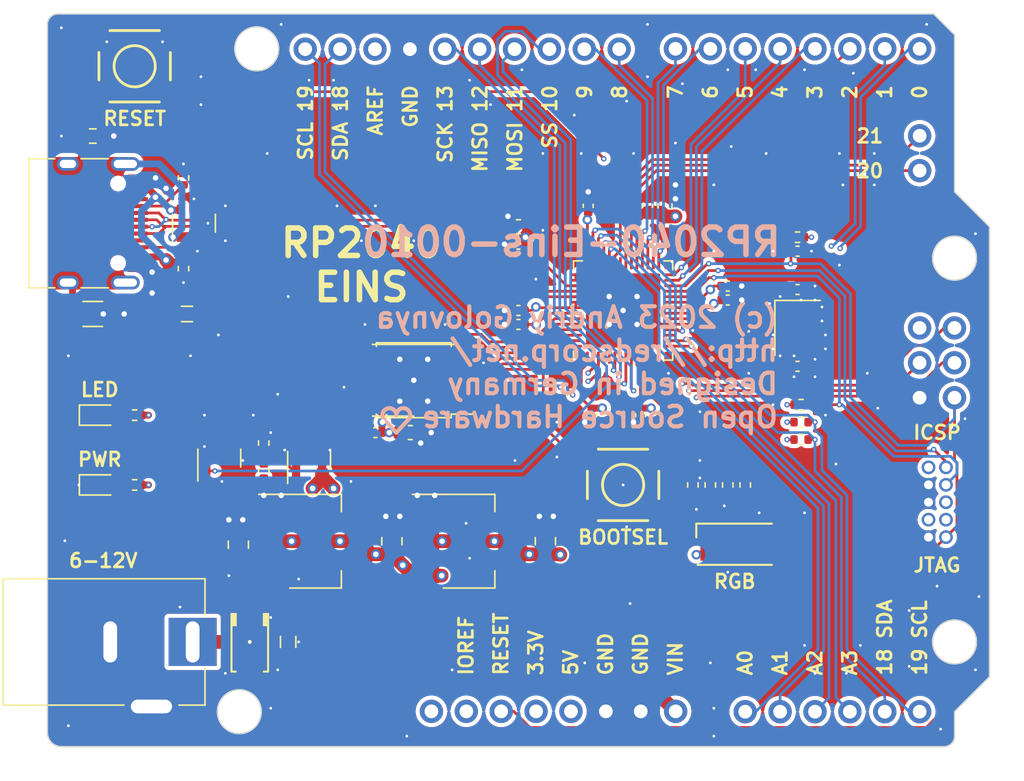
<source format=kicad_pcb>
(kicad_pcb (version 20221018) (generator pcbnew)
  (title_block (title "RP2040-Eins-0010") (date "2023-10-05") (rev "1.0") (company "(c) 2023 Andriy Golovnya") (comment 1 "RP2040 based board with Arduino Uno footprint") (comment 2 "Designed in Germany") (comment 3 "http://redscorp.net/"))
  (layers (0 "F.Cu" signal) (1 "In1.Cu" power) (2 "In2.Cu" power) (31 "B.Cu" signal) (34 "B.Paste" user) (35 "F.Paste" user) (36 "B.SilkS" user "B.Silkscreen") (37 "F.SilkS" user "F.Silkscreen") (38 "B.Mask" user) (39 "F.Mask" user) (44 "Edge.Cuts" user))
  (net 0 "")
  (net 1 "+3V3")
  (net 2 "RESET")
  (net 3 "+5V")
  (net 4 "GND")
  (net 5 "VIN")
  (net 6 "D14_A0")
  (net 7 "D15_A1")
  (net 8 "D16_A2")
  (net 9 "D17_A3")
  (net 10 "D18_SDA")
  (net 11 "D19_SCL")
  (net 12 "D0_RX")
  (net 13 "D1_TX")
  (net 14 "D2")
  (net 15 "D3")
  (net 16 "D4")
  (net 17 "D5")
  (net 18 "D6")
  (net 19 "D7")
  (net 20 "D8")
  (net 21 "D9")
  (net 22 "D10_SS")
  (net 23 "D11_MOSI")
  (net 24 "D12_MISO")
  (net 25 "D13_SCK")
  (net 26 "+1V1")
  (net 27 "Net-(D1-A)")
  (net 28 "Net-(D1-K)")
  (net 29 "D20")
  (net 30 "D21")
  (net 31 "VBUS")
  (net 32 "USB_DN")
  (net 33 "USB_DP")
  (net 34 "SWD")
  (net 35 "SWCLK")
  (net 39 "Net-(Q1-G)")
  (net 40 "Net-(R7-Pad1)")
  (net 41 "QSPI_SS")
  (net 42 "QSPI_SD1")
  (net 43 "QSPI_SD2")
  (net 44 "QSPI_SD0")
  (net 45 "QSPI_SCLK")
  (net 46 "QSPI_SD3")
  (net 50 "Net-(D4-RK)")
  (net 51 "Net-(D4-BK)")
  (net 52 "Net-(D4-GK)")
  (net 54 "XIN")
  (net 55 "XOUT")
  (net 58 "AREF")
  (net 59 "SHIELD")
  (net 60 "Net-(J10-CC1)")
  (net 62 "Net-(J10-CC2)")
  (net 64 "Net-(D2-A)")
  (net 65 "Net-(D5-K)")
  (net 66 "VUSB")
  (net 67 "VPWR")
  (net 68 "LED_R")
  (net 69 "LED_G")
  (net 70 "LED_B")
  (footprint "Package_TO_SOT_SMD:SOT-23" (layer "F.Cu") (at 146.05 106.172 90)
    (fp_text reference "Q1" hide)
    (fp_text value "AO3401A")
  )
  (footprint "Capacitor_SMD:C_0805_2012Metric" (layer "F.Cu") (at 152.077 112.047 90)
    (fp_text reference "C15" hide)
    (fp_text value "10uF")
  )
  (footprint "Inductor_SMD:L_0805_2012Metric" (layer "F.Cu") (at 137.16 95.504)
    (fp_text reference "FB2" hide)
    (fp_text value "100@100MHz")
  )
  (footprint "Inductor_SMD:L_0805_2012Metric" (layer "F.Cu") (at 144.526 119.38 90)
    (fp_text reference "FB1" hide)
    (fp_text value "100@100MHz")
  )
  (footprint "Capacitor_SMD:C_0603_1608Metric" (layer "F.Cu") (at 161.29 89.154 180)
    (fp_text reference "C5" hide)
    (fp_text value "2.2uF")
  )
  (footprint "Resistor_SMD:R_0402_1005Metric" (layer "F.Cu") (at 181.864 103.378)
    (fp_text reference "R3" hide)
    (fp_text value "10k")
  )
  (footprint "Resistor_SMD:R_0402_1005Metric" (layer "F.Cu") (at 181.864 102.108)
    (fp_text reference "R2" hide)
    (fp_text value "10k")
  )
  (footprint "Resistor_SMD:R_0402_1005Metric" (layer "F.Cu") (at 142.748 106.934 90)
    (fp_text reference "R8" hide)
    (fp_text value "10k")
  )
  (footprint "Capacitor_SMD:C_0603_1608Metric" (layer "F.Cu") (at 153.416 104.14)
    (fp_text reference "C16" hide)
    (fp_text value "2.2uF")
  )
  (footprint "Resistor_SMD:R_0402_1005Metric" (layer "F.Cu") (at 142.748 104.902 90)
    (fp_text reference "R9" hide)
    (fp_text value "10k")
  )
  (footprint "Package_SO:SOIC-8_5.23x5.23mm_P1.27mm" (layer "F.Cu") (at 153.67 100.33 180)
    (fp_text reference "U1" hide)
    (fp_text value "W25Q128JVS")
  )
  (footprint "Resistor_SMD:R_0402_1005Metric" (layer "F.Cu") (at 181.61 89.916 180)
    (fp_text reference "R5" hide)
    (fp_text value "10k")
  )
  (footprint "PCM_4ms_Switch:Button_Tact_Sqkg" (layer "F.Cu") (at 133.35 77.47 180)
    (fp_text reference "SW2" hide)
    (fp_text value "RESET")
  )
  (footprint "Connector_PinSocket_2.54mm:PinSocket_1x06_P2.54mm_Vertical" (layer "F.Cu") (at 177.8 124.46 90)
    (fp_text reference "J3" hide)
    (fp_text value "CONN_A")
  )
  (footprint "Connector_BarrelJack:BarrelJack_Horizontal" (layer "F.Cu") (at 137.572 119.38)
    (fp_text reference "J1" hide)
    (fp_text value "CONN_PWR")
  )
  (footprint "Resistor_SMD:R_0402_1005Metric" (layer "F.Cu") (at 176.53 107.95 -90)
    (fp_text reference "R14" hide)
    (fp_text value "5k1")
  )
  (footprint "Resistor_SMD:R_0402_1005Metric" (layer "F.Cu") (at 136.906 92.2 -90)
    (fp_text reference "R11" hide)
    (fp_text value "5k1")
  )
  (footprint "Package_TO_SOT_SMD:SOT-223-3_TabPin2" (layer "F.Cu") (at 146.489 112.047)
    (fp_text reference "U3" hide)
    (fp_text value "AMS1117-5.0")
  )
  (footprint "LED_SMD:LED_RGB_1210" (layer "F.Cu") (at 177.038 112.268)
    (fp_text reference "D4" hide)
    (fp_text value "XL-3227RGB-RF")
  )
  (footprint "Crystal:Crystal_SMD_3225-4Pin_3.2x2.5mm" (layer "F.Cu") (at 181.61 96.52 -90)
    (fp_text reference "Y1" hide)
    (fp_text value "12MHz")
  )
  (footprint "Capacitor_SMD:C_0402_1005Metric" (layer "F.Cu") (at 176.53 93.472)
    (fp_text reference "C7" hide)
    (fp_text value "100nF")
  )
  (footprint "Capacitor_SMD:C_0805_2012Metric" (layer "F.Cu") (at 163.253 112.047 90)
    (fp_text reference "C14" hide)
    (fp_text value "10uF")
  )
  (footprint "PCM_4ms_Diode:D_DO-214AC_SMA" (layer "F.Cu") (at 141.732 119.38 -90)
    (fp_text reference "D5" hide)
    (fp_text value "SS14" hide)
  )
  (footprint "Package_DFN_QFN:QFN-56-1EP_7x7mm_P0.4mm_EP3.2x3.2mm" (layer "F.Cu") (at 168.91 95.25 90)
    (fp_text reference "U2" hide)
    (fp_text value "RP2040")
  )
  (footprint "Capacitor_SMD:C_0402_1005Metric" (layer "F.Cu") (at 181.61 90.932)
    (fp_text reference "C13" hide)
    (fp_text value "100nF")
  )
  (footprint "Capacitor_SMD:C_0402_1005Metric" (layer "F.Cu") (at 176.53 94.488)
    (fp_text reference "C6" hide)
    (fp_text value "100nF")
  )
  (footprint "Capacitor_SMD:C_0402_1005Metric" (layer "F.Cu") (at 161.29 96.266 180)
    (fp_text reference "C22" hide)
    (fp_text value "100nF")
  )
  (footprint "Capacitor_SMD:C_0402_1005Metric" (layer "F.Cu") (at 181.61 93.726)
    (fp_text reference "C20" hide)
    (fp_text value "12pF")
  )
  (footprint "Capacitor_SMD:C_0805_2012Metric" (layer "F.Cu") (at 140.901 112.301 90)
    (fp_text reference "C12" hide)
    (fp_text value "10uF")
  )
  (footprint "LED_SMD:LED_0603_1608Metric" (layer "F.Cu") (at 130.81 102.87)
    (fp_text reference "D1" hide)
    (fp_text value "RED")
  )
  (footprint "PCM_4ms_Switch:Button_Tact_Sqkg" (layer "F.Cu") (at 168.91 107.95)
    (fp_text reference "SW1" hide)
    (fp_text value "BOOTSEL")
  )
  (footprint "Resistor_SMD:R_0402_1005Metric" (layer "F.Cu") (at 175.26 107.95 -90)
    (fp_text reference "R13" hide)
    (fp_text value "5k1")
  )
  (footprint "Connector_PinSocket_2.54mm:PinSocket_1x08_P2.54mm_Vertical" (layer "F.Cu") (at 154.955 124.435 90)
    (fp_text reference "J4" hide)
    (fp_text value "CONN_P")
  )
  (footprint "Resistor_SMD:R_0402_1005Metric" (layer "F.Cu") (at 133.35 107.95 180)
    (fp_text reference "R6" hide)
    (fp_text value "5k1")
  )
  (footprint "Capacitor_SMD:C_0402_1005Metric" (layer "F.Cu") (at 181.61 99.314 180)
    (fp_text reference "C19" hide)
    (fp_text value "12pF")
  )
  (footprint "Resistor_SMD:R_0402_1005Metric" (layer "F.Cu") (at 181.864 104.648)
    (fp_text reference "R4" hide)
    (fp_text value "10k")
  )
  (footprint "Package_TO_SOT_SMD:SOT-23" (layer "F.Cu") (at 139.512 105.9965 90)
    (fp_text reference "Q2" hide)
    (fp_text value "AO3400A")
  )
  (footprint "Connector_PinHeader_2.54mm:PinHeader_2x03_P2.54mm_Vertical" (layer "F.Cu") (at 190.495 96.52)
    (fp_text reference "J2" hide)
    (fp_text value "CONN_ICSP")
  )
  (footprint "Capacitor_SMD:C_0402_1005Metric" (layer "F.Cu") (at 170.688 87.63 90)
    (fp_text reference "C3" hide)
    (fp_text value "100nF")
  )
  (footprint "Resistor_SMD:R_0402_1005Metric" (layer "F.Cu") (at 133.35 102.87)
    (fp_text reference "R1" hide)
    (fp_text value "5k1")
  )
  (footprint "Capacitor_SMD:C_0402_1005Metric" (layer "F.Cu") (at 166.624 102.87 -90)
    (fp_text reference "C11" hide)
    (fp_text value "100nF")
  )
  (footprint "Connector_PinSocket_2.54mm:PinSocket_1x10_P2.54mm_Vertical" (layer "F.Cu") (at 168.626 76.225 -90)
    (fp_text reference "J9" hide)
    (fp_text value "CONN_D2")
  )
  (footprint "Resistor_SMD:R_0402_1005Metric" (layer "F.Cu") (at 177.8 107.95 -90)
    (fp_text reference "R15" hide)
    (fp_text value "5k1")
  )
  (footprint "LED_SMD:LED_0603_1608Metric" (layer "F.Cu") (at 130.81 107.95)
    (fp_text reference "D2" hide)
    (fp_text value "RED")
  )
  (footprint "Capacitor_SMD:C_0402_1005Metric" (layer "F.Cu") (at 150.876 104.14 180)
    (fp_text reference "C2" hide)
    (fp_text value "100nF")
  )
  (footprint "Capacitor_SMD:C_0402_1005Metric" (layer "F.Cu") (at 170.18 102.87 -90)
    (fp_text reference "C8" hide)
    (fp_text value "100nF")
  )
  (footprint "Connector_PinHeader_1.27mm:PinHeader_2x05_P1.27mm_Vertical" (layer "F.Cu") (at 191.145 106.67)
    (fp_text reference "J7" hide)
    (fp_text value "CONN_JTAG")
  )
  (footprint "Package_SON:WSON-8-1EP_6x5mm_P1.27mm_EP3.4x4.3mm" (layer "F.Cu") (at 153.67 100.33 180)
    (fp_text reference "U4" hide)
    (fp_text value "W25Q128JVEIQ")
  )
  (footprint "Resistor_SMD:R_0402_1005Metric" (layer "F.Cu") (at 173.99 107.95 90)
    (fp_text reference "R7" hide)
    (fp_text value "1k")
  )
  (footprint "Capacitor_SMD:C_0402_1005Metric" (layer "F.Cu") (at 166.37 87.63 90)
    (fp_text reference "C4" hide)
    (fp_text value "100nF")
  )
  (footprint "Capacitor_SMD:C_0402_1005Metric" (layer "F.Cu") (at 161.29 90.424 180)
    (fp_text reference "C9" hide)
    (fp_text value "100nF")
  )
  (footprint "Connector_USB:USB_C_Receptacle_HRO_TYPE-C-31-M-12" (layer "F.Cu") (at 129.54 88.9 -90)
    (fp_text reference "J10" hide)
    (fp_text value "CONN_USB")
  )
  (footprint "Package_TO_SOT_SMD:SOT-223-3_TabPin2" (layer "F.Cu") (at 157.665 112.047)
    (fp_text reference "U5" hide)
    (fp_text value "AMS1117-3.3")
  )
  (footprint "Capacitor_SMD:C_1206_3216Metric" (layer "F.Cu") (at 130.302 95.504)
    (fp_text reference "C21" hide)
    (fp_text value "4.7nF 1kV")
  )
  (footprint "Capacitor_SMD:C_0603_1608Metric" (layer "F.Cu") (at 171.958 87.63 90)
    (fp_text reference "C1" hide)
    (fp_text value "2.2uF")
  )
  (footprint "Package_TO_SOT_SMD:SOT-143" (layer "F.Cu") (at 137.668 88.9 90)
    (fp_text reference "D3" hide)
    (fp_text value "PRTR5V0U2X")
  )
  (footprint "Connector_PinSocket_2.54mm:PinSocket_1x08_P2.54mm_Vertical" (layer "F.Cu") (at 190.5 76.2 -90)
    (fp_text reference "J8" hide)
    (fp_text value "CONN_D1")
  )
  (footprint "Resistor_SMD:R_0402_1005Metric" (layer "F.Cu") (at 136.906 85.598 90)
    (fp_text reference "R10" hide)
    (fp_text value "5k1")
  )
  (footprint "Resistor_SMD:R_0603_1608Metric" (layer "F.Cu") (at 130.302 82.55)
    (fp_text reference "R12" hide)
    (fp_text value "1M")
  )
  (footprint "Capacitor_SMD:C_0402_1005Metric" (layer "F.Cu") (at 161.29 95.25 180)
    (fp_text reference "C10" hide)
    (fp_text value "100nF")
  )
  (footprint "Connector_PinHeader_2.54mm:PinHeader_1x02_P2.54mm_Vertical" (layer "F.Cu") (at 190.5 85.07 180)
    (fp_text reference "J5" hide)
    (fp_text value "CONN_X")
  )
  (gr_arc (start 151.437631 103.097185) (mid 151.775286 102.375588) (end 152.4 102.87) (stroke (width 0.3)) (layer "B.SilkS"))
  (gr_arc (start 152.4 102.87) (mid 153.024715 102.375591) (end 153.362369 103.097185) (stroke (width 0.3)) (layer "B.SilkS"))
  (gr_line (start 152.4 104.14) (end 153.362369 103.097185) (stroke (width 0.3)) (layer "B.SilkS"))
  (gr_line (start 151.437631 103.097185) (end 152.4 104.14) (stroke (width 0.3)) (layer "B.SilkS"))
  (gr_line (start 127.762 73.66) (end 191.516 73.66) (stroke (width 0.1)) (layer "Edge.Cuts"))
  (gr_line (start 193.04 75.184) (end 193.04 86.614) (stroke (width 0.1)) (layer "Edge.Cuts"))
  (gr_arc (start 127 74.422) (mid 127.223185 73.883185) (end 127.762 73.66) (stroke (width 0.1)) (layer "Edge.Cuts"))
  (gr_line (start 195.58 121.92) (end 193.04 124.46) (stroke (width 0.1)) (layer "Edge.Cuts"))
  (gr_arc (start 193.04 126.238) (mid 192.816815 126.776815) (end 192.278 127) (stroke (width 0.1)) (layer "Edge.Cuts"))
  (gr_line (start 191.516 73.66) (end 193.04 75.184) (stroke (width 0.1)) (layer "Edge.Cuts"))
  (gr_line (start 192.278 127) (end 128.016 127) (stroke (width 0.1)) (layer "Edge.Cuts"))
  (gr_line (start 193.04 86.614) (end 195.58 89.154) (stroke (width 0.1)) (layer "Edge.Cuts"))
  (gr_line (start 193.04 124.46) (end 193.04 126.238) (stroke (width 0.1)) (layer "Edge.Cuts"))
  (gr_circle (center 193.04 91.44) (end 194.64 91.44) (stroke (width 0.1)) (fill none) (layer "Edge.Cuts"))
  (gr_circle (center 193.04 119.38) (end 194.64 119.38) (stroke (width 0.1)) (fill none) (layer "Edge.Cuts"))
  (gr_line (start 127 125.984) (end 127 74.422) (stroke (width 0.1)) (layer "Edge.Cuts"))
  (gr_circle (center 142.24 76.2) (end 143.84 76.2) (stroke (width 0.1)) (fill none) (layer "Edge.Cuts"))
  (gr_arc (start 128.016 127) (mid 127.29758 126.70242) (end 127 125.984) (stroke (width 0.1)) (layer "Edge.Cuts"))
  (gr_line (start 195.58 89.154) (end 195.58 121.92) (stroke (width 0.1)) (layer "Edge.Cuts"))
  (gr_circle (center 140.97 124.46) (end 142.57 124.46) (stroke (width 0.1)) (fill none) (layer "Edge.Cuts"))
  (gr_text "${TITLE}" (at 180.594 91.44) (layer "B.SilkS") (effects (font (size 2 2) (thickness 0.4) bold) (justify left bottom mirror)))
  (gr_text "${COMPANY}\n${COMMENT3}\n${COMMENT2}\nOpen Source Hardware" (at 180.34 103.886) (layer "B.SilkS") (effects (font (size 1.5 1.5) (thickness 0.3) bold) (justify left bottom mirror)))
  (gr_text "A2" (at 182.88 121.92 90) (layer "F.SilkS") (effects (font (size 1 1) (thickness 0.2) bold) (justify left)))
  (gr_text "SDA 18" (at 148.336 78.74 90) (layer "F.SilkS") (effects (font (size 1 1) (thickness 0.2) bold) (justify right)))
  (gr_text "SCL 19" (at 145.796 78.74 90) (layer "F.SilkS") (effects (font (size 1 1) (thickness 0.2) bold) (justify right)))
  (gr_text "RGB" (at 177.038 115.57) (layer "F.SilkS") (effects (font (size 1 1) (thickness 0.2) bold) (justify bottom)))
  (gr_text "7" (at 172.72 78.74 90) (layer "F.SilkS") (effects (font (size 1 1) (thickness 0.2) bold) (justify right)))
  (gr_text "6-12V" (at 131.064 114.046) (layer "F.SilkS") (effects (font (size 1 1) (thickness 0.2) bold) (justify bottom)))
  (gr_text "RP2040\nEINS" (at 149.86 91.948) (layer "F.SilkS") (effects (font (size 2 2) (thickness 0.4) bold)))
  (gr_text "ICSP" (at 191.77 104.14) (layer "F.SilkS") (effects (font (size 1 1) (thickness 0.2) bold)))
  (gr_text "LED" (at 130.81 101.6) (layer "F.SilkS") (effects (font (size 1 1) (thickness 0.2) bold) (justify bottom)))
  (gr_text "SS 10" (at 163.576 78.74 90) (layer "F.SilkS") (effects (font (size 1 1) (thickness 0.2) bold) (justify right)))
  (gr_text "19 SCL" (at 190.5 121.92 90) (layer "F.SilkS") (effects (font (size 1 1) (thickness 0.2) bold) (justify left)))
  (gr_text "18 SDA" (at 187.96 121.92 90) (layer "F.SilkS") (effects (font (size 1 1) (thickness 0.2) bold) (justify left)))
  (gr_text "6" (at 175.26 78.74 90) (layer "F.SilkS") (effects (font (size 1 1) (thickness 0.2) bold) (justify right)))
  (gr_text "1" (at 187.96 78.74 90) (layer "F.SilkS") (effects (font (size 1 1) (thickness 0.2) bold) (justify right)))
  (gr_text "GND" (at 167.64 121.92 90) (layer "F.SilkS") (effects (font (size 1 1) (thickness 0.2) bold) (justify left)))
  (gr_text "RESET" (at 160.02 121.92 90) (layer "F.SilkS") (effects (font (size 1 1) (thickness 0.2) bold) (justify left)))
  (gr_text "GND" (at 153.416 78.74 90) (layer "F.SilkS") (effects (font (size 1 1) (thickness 0.2) bold) (justify right)))
  (gr_text "3" (at 182.88 78.74 90) (layer "F.SilkS") (effects (font (size 1 1) (thickness 0.2) bold) (justify right)))
  (gr_text "8" (at 168.656 78.74 90) (layer "F.SilkS") (effects (font (size 1 1) (thickness 0.2) bold) (justify right)))
  (gr_text "JTAG" (at 191.77 113.792) (layer "F.SilkS") (effects (font (size 1 1) (thickness 0.2) bold)))
  (gr_text "MOSI 11" (at 161.036 78.74 90) (layer "F.SilkS") (effects (font (size 1 1) (thickness 0.2) bold) (justify right)))
  (gr_text "A3" (at 185.42 121.92 90) (layer "F.SilkS") (effects (font (size 1 1) (thickness 0.2) bold) (justify left)))
  (gr_text "9" (at 166.116 78.74 90) (layer "F.SilkS") (effects (font (size 1 1) (thickness 0.2) bold) (justify right)))
  (gr_text "PWR" (at 130.81 106.68) (layer "F.SilkS") (effects (font (size 1 1) (thickness 0.2) bold) (justify bottom)))
  (gr_text "21" (at 187.96 82.55) (layer "F.SilkS") (effects (font (size 1 1) (thickness 0.2) bold) (justify right)))
  (gr_text "GND" (at 170.18 121.92 90) (layer "F.SilkS") (effects (font (size 1 1) (thickness 0.2) bold) (justify left)))
  (gr_text "2" (at 185.42 78.74 90) (layer "F.SilkS") (effects (font (size 1 1) (thickness 0.2) bold) (justify right)))
  (gr_text "A1" (at 180.34 121.92 90) (layer "F.SilkS") (effects (font (size 1 1) (thickness 0.2) bold) (justify left)))
  (gr_text "0" (at 190.5 78.74 90) (layer "F.SilkS") (effects (font (size 1 1) (thickness 0.2) bold) (justify right)))
  (gr_text "4" (at 180.34 78.74 90) (layer "F.SilkS") (effects (font (size 1 1) (thickness 0.2) bold) (justify right)))
  (gr_text "A0" (at 177.8 121.92 90) (layer "F.SilkS") (effects (font (size 1 1) (thickness 0.2) bold) (justify left)))
  (gr_text "AREF" (at 150.876 78.74 90) (layer "F.SilkS") (effects (font (size 1 1) (thickness 0.2) bold) (justify right)))
  (gr_text "20" (at 187.96 85.09) (layer "F.SilkS") (effects (font (size 1 1) (thickness 0.2) bold) (justify right)))
  (gr_text "VIN" (at 172.72 121.92 90) (layer "F.SilkS") (effects (font (size 1 1) (thickness 0.2) bold) (justify left)))
  (gr_text "3.3V" (at 162.56 121.92 90) (layer "F.SilkS") (effects (font (size 1 1) (thickness 0.2) bold) (justify left)))
  (gr_text "5V" (at 165.1 121.92 90) (layer "F.SilkS") (effects (font (size 1 1) (thickness 0.2) bold) (justify left)))
  (gr_text "IOREF" (at 157.48 121.92 90) (layer "F.SilkS") (effects (font (size 1 1) (thickness 0.2) bold) (justify left)))
  (gr_text "MISO 12" (at 158.496 78.74 90) (layer "F.SilkS") (effects (font (size 1 1) (thickness 0.2) bold) (justify right)))
  (gr_text "5" (at 177.8 78.74 90) (layer "F.SilkS") (effects (font (size 1 1) (thickness 0.2) bold) (justify right)))
  (gr_text "SCK 13" (at 155.956 78.74 90) (layer "F.SilkS") (effects (font (size 1 1) (thickness 0.2) bold) (justify right)))
  (segment (start 133.86 107.95) (end 134.366 107.95) (width 0.5) (layer "F.Cu") (net 1))
  (segment (start 166.624 102.39) (end 165.862 101.628) (width 0.2) (layer "F.Cu") (net 1))
  (segment (start 181.354 103.378) (end 180.848 103.378) (width 0.2) (layer "F.Cu") (net 1))
  (segment (start 165.862 101.628) (end 165.862 99.568) (width 0.2) (layer "F.Cu") (net 1))
  (segment (start 171.958 88.405) (end 171.683 88.13) (width 1) (layer "F.Cu") (net 1))
  (segment (start 166.31 88.646) (end 166.31 88.17) (width 0.2) (layer "F.Cu") (net 1))
  (segment (start 175.791272 94.746728) (end 176.05 94.488) (width 0.2) (layer "F.Cu") (net 1))
  (segment (start 162.085 112.997) (end 161.765 112.997) (width 1) (layer "F.Cu") (net 1))
  (segment (start 170.208 102.362) (end 170.18 102.39) (width 0.5) (layer "F.Cu") (net 1))
  (segment (start 165.4725 94.65) (end 165.4725 95.05) (width 0.2) (layer "F.Cu") (net 1))
  (segment (start 166.652 102.362) (end 166.624 102.39) (width 0.5) (layer "F.Cu") (net 1))
  (segment (start 171.683 88.13) (end 170.688 88.13) (width 1) (layer "F.Cu") (net 1))
  (segment (start 175.210728 95.05) (end 172.3475 95.05) (width 0.2) (layer "F.Cu") (net 1))
  (segment (start 181.354 102.108) (end 180.848 102.108) (width 0.2) (layer "F.Cu") (net 1))
  (segment (start 162.306 95.25) (end 161.77 95.25) (width 0.2) (layer "F.Cu") (net 1))
  (segment (start 161.765 112.997) (end 160.815 112.047) (width 1) (layer "F.Cu") (net 1))
  (segment (start 164.305 112.997) (end 163.253 112.997) (width 1) (layer "F.Cu") (net 1))
  (segment (start 162.614 95.05) (end 165.4725 95.05) (width 0.2) (layer "F.Cu") (net 1))
  (segment (start 155.735 112.047) (end 154.515 112.047) (width 1) (layer "F.Cu") (net 1))
  (segment (start 169.91 99.219975) (end 169.91 98.6875) (width 0.2) (layer "F.Cu") (net 1))
  (segment (start 151.356 103.406) (end 151.384 103.378) (width 0.5) (layer "F.Cu") (net 1))
  (segment (start 170.688 88.138) (end 170.688 88.11) (width 0.2) (layer "F.Cu") (net 1))
  (segment (start 151.892 104.14) (end 152.641 104.14) (width 0.5) (layer "F.Cu") (net 1))
  (segment (start 165.4725 93.05) (end 165.4725 92.65) (width 0.2) (layer "F.Cu") (net 1))
  (segment (start 164.338 113.03) (end 164.305 112.997) (width 1) (layer "F.Cu") (net 1))
  (segment (start 151.356 102.621) (end 150.97 102.235) (width 0.5) (layer "F.Cu") (net 1))
  (segment (start 182.12 89.916) (end 182.626 89.916) (width 0.2) (layer "F.Cu") (net 1))
  (segment (start 162.085 112.997) (end 163.253 112.997) (width 1) (layer "F.Cu") (net 1))
  (segment (start 166.31 88.646) (end 166.31 91.8125) (width 0.2) (layer "F.Cu") (net 1))
  (segment (start 174.306 112.968) (end 174.244 113.03) (width 0.5) (layer "F.Cu") (net 1))
  (segment (start 181.354 104.648) (end 180.848 104.648) (width 0.2) (layer "F.Cu") (net 1))
  (segment (start 151.356 104.14) (end 151.356 103.406) (width 0.5) (layer "F.Cu") (net 1))
  (segment (start 151.356 103.35) (end 151.356 102.621) (width 0.5) (layer "F.Cu") (net 1))
  (segment (start 175.514 94.746728) (end 175.791272 94.746728) (width 0.2) (layer "F.Cu") (net 1))
  (segment (start 167.386 102.362) (end 166.652 102.362) (width 0.5) (layer "F.Cu") (net 1))
  (segment (start 171.958 88.405) (end 172.707 88.405) (width 1) (layer "F.Cu") (net 1))
  (segment (start 162.56 94.996) (end 162.306 95.25) (width 0.2) (layer "F.Cu") (net 1))
  (segment (start 172.707 88.405) (end 172.72 88.392) (width 1) (layer "F.Cu") (net 1))
  (segment (start 162.56 94.996) (end 162.614 95.05) (width 0.2) (layer "F.Cu") (net 1))
  (segment (start 175.514 94.746728) (end 175.210728 95.05) (width 0.2) (layer "F.Cu") (net 1))
  (segment (start 169.91 88.916) (end 170.688 88.138) (width 0.2) (layer "F.Cu") (net 1))
  (segment (start 165.862 99.568) (end 166.31 99.12) (width 0.2) (layer "F.Cu") (net 1))
  (segment (start 133.86 102.87) (end 134.366 102.87) (width 0.5) (layer "F.Cu") (net 1))
  (segment (start 170.18 99.489975) (end 169.91 99.219975) (width 0.2) (layer "F.Cu") (net 1))
  (segment (start 166.31 88.17) (end 166.37 88.11) (width 0.2) (layer "F.Cu") (net 1))
  (segment (start 166.31 99.12) (end 166.31 98.6875) (width 0.2) (layer "F.Cu") (net 1))
  (segment (start 170.18 102.39) (end 170.18 99.489975) (width 0.2) (layer "F.Cu") (net 1))
  (segment (start 170.942 102.362) (end 170.208 102.362) (width 0.5) (layer "F.Cu") (net 1))
  (segment (start 175.288 112.968) (end 174.306 112.968) (width 0.5) (layer "F.Cu") (net 1))
  (segment (start 165.4725 92.65) (end 166.31 91.8125) (width 0.2) (layer "F.Cu") (net 1))
  (segment (start 151.384 103.378) (end 151.356 103.35) (width 0.5) (layer "F.Cu") (net 1))
  (segment (start 159.545 112.047) (end 160.815 112.047) (width 1) (layer "F.Cu") (net 1))
  (segment (start 151.356 104.14) (end 151.892 104.14) (width 0.5) (layer "F.Cu") (net 1))
  (segment (start 159.545 112.047) (end 155.735 112.047) (width 1) (layer "F.Cu") (net 1))
  (segment (start 169.91 91.8125) (end 169.91 88.916) (width 0.2) (layer "F.Cu") (net 1))
  (via (at 155.735 112.047) (size 0.7) (drill 0.4) (layers "F.Cu" "B.Cu") (net 1))
  (via (at 134.366 107.95) (size 0.4) (drill 0.2) (layers "F.Cu" "B.Cu") (net 1))
  (via (at 180.848 102.108) (size 0.4) (drill 0.2) (layers "F.Cu" "B.Cu") (net 1))
  (via (at 167.386 102.362) (size 0.7) (drill 0.4) (layers "F.Cu" "B.Cu") (net 1))
  (via (at 166.31 88.646) (size 0.7) (drill 0.4) (layers "F.Cu" "B.Cu") (net 1))
  (via (at 174.244 113.03) (size 0.7) (drill 0.4) (layers "F.Cu" "B.Cu") (net 1))
  (via (at 134.366 102.87) (size 0.4) (drill 0.2) (layers "F.Cu" "B.Cu") (net 1))
  (via (at 172.72 88.392) (size 0.7) (drill 0.4) (layers "F.Cu" "B.Cu") (net 1))
  (via (at 180.848 103.378) (size 0.4) (drill 0.2) (layers "F.Cu" "B.Cu") (net 1))
  (via (at 164.338 113.03) (size 0.7) (drill 0.4) (layers "F.Cu" "B.Cu") (net 1))
  (via (at 159.545 112.047) (size 0.7) (drill 0.4) (layers "F.Cu" "B.Cu") (net 1))
  (via (at 162.085 112.997) (size 0.7) (drill 0.4) (layers "F.Cu" "B.Cu") (net 1))
  (via (at 175.514 94.746728) (size 0.7) (drill 0.4) (layers "F.Cu" "B.Cu") (net 1))
  (via (at 162.56 94.996) (size 0.7) (drill 0.4) (layers "F.Cu" "B.Cu") (net 1))
  (via (at 151.892 104.14) (size 0.7) (drill 0.4) (layers "F.Cu" "B.Cu") (net 1))
  (via (at 170.942 102.362) (size 0.7) (drill 0.4) (layers "F.Cu" "B.Cu") (net 1))
  (via (at 151.384 103.378) (size 0.7) (drill 0.4) (layers "F.Cu" "B.Cu") (net 1))
  (via (at 180.848 104.648) (size 0.4) (drill 0.2) (layers "F.Cu" "B.Cu") (net 1))
  (via (at 182.626 89.916) (size 0.4) (drill 0.2) (layers "F.Cu" "B.Cu") (net 1))
  (segment (start 191.77 124.816346) (end 190.976346 125.61) (width 0.2) (layer "F.Cu") (net 2))
  (segment (start 193.04 106.163629) (end 193.215 106.338629) (width 0.2) (layer "F.Cu") (net 2))
  (segment (start 191.77 123.952) (end 191.77 124.816346) (width 0.2) (layer "F.Cu") (net 2))
  (segment (start 181.102 91.844844) (end 181.13 91.816844) (width 0.2) (layer "F.Cu") (net 2))
  (segment (start 160.948654 124.435) (end 160.035 124.435) (width 0.2) (layer "F.Cu") (net 2))
  (segment (start 172.3475 93.45) (end 173.446314 93.45) (width 0.2) (layer "F.Cu") (net 2))
  (segment (start 167.506328 84.194328) (end 162.632 79.32) (width 0.2) (layer "F.Cu") (net 2))
  (segment (start 162.123654 125.61) (end 160.948654 124.435) (width 0.2) (layer "F.Cu") (net 2))
  (segment (start 162.632 79.32) (end 136.45 79.32) (width 0.2) (layer "F.Cu") (net 2))
  (segment (start 181.13 89.946) (end 181.1 89.916) (width 0.2) (layer "F.Cu") (net 2))
  (segment (start 190.976346 125.61) (end 162.123654 125.61) (width 0.2) (layer "F.Cu") (net 2))
  (segment (start 192.415 111.75) (end 191.008 113.157) (width 0.2) (layer "F.Cu") (net 2))
  (segment (start 193.215 110.95) (end 192.415 111.75) (width 0.2) (layer "F.Cu") (net 2))
  (segment (start 193.215 106.338629) (end 193.215 110.95) (width 0.2) (layer "F.Cu") (net 2))
  (segment (start 193.035 101.6) (end 193.04 101.605) (width 0.2) (layer "F.Cu") (net 2))
  (segment (start 167.506328 84.207672) (end 167.506328 84.194328) (width 0.2) (layer "F.Cu") (net 2))
  (segment (start 193.04 101.605) (end 193.04 106.163629) (width 0.2) (layer "F.Cu") (net 2))
  (segment (start 181.13 90.932) (end 181.13 89.946) (width 0.2) (layer "F.Cu") (net 2))
  (segment (start 191.008 113.157) (end 191.008 123.19) (width 0.2) (layer "F.Cu") (net 2))
  (segment (start 130.25 79.32) (end 136.45 79.32) (width 0.2) (layer "F.Cu") (net 2))
  (segment (start 191.008 123.19) (end 191.77 123.952) (width 0.2) (layer "F.Cu") (net 2))
  (segment (start 181.13 91.816844) (end 181.13 90.932) (width 0.2) (layer "F.Cu") (net 2))
  (segment (start 173.446314 93.45) (end 175.05147 91.844844) (width 0.2) (layer "F.Cu") (net 2))
  (segment (start 175.05147 91.844844) (end 175.1435 91.844844) (width 0.2) (layer "F.Cu") (net 2))
  (via (at 181.102 91.844844) (size 0.4) (drill 0.2) (layers "F.Cu" "B.Cu") (net 2))
  (via (at 175.1435 91.844844) (size 0.4) (drill 0.2) (layers "F.Cu" "B.Cu") (net 2))
  (via (at 167.506328 84.207672) (size 0.4) (drill 0.2) (layers "F.Cu" "B.Cu") (net 2))
  (segment (start 175.1435 91.844844) (end 181.102 91.844844) (width 0.2) (layer "B.Cu") (net 2))
  (segment (start 185.458 94.018) (end 185.458 101.580314) (width 0.2) (layer "B.Cu") (net 2))
  (segment (start 183.284844 91.844844) (end 185.458 94.018) (width 0.2) (layer "B.Cu") (net 2))
  (segment (start 181.102 91.844844) (end 183.284844 91.844844) (width 0.2) (layer "B.Cu") (net 2))
  (segment (start 188.947686 105.07) (end 191.094 105.07) (width 0.2) (layer "B.Cu") (net 2))
  (segment (start 193.035 103.129) (end 193.035 101.6) (width 0.2) (layer "B.Cu") (net 2))
  (segment (start 185.458 101.580314) (end 188.947686 105.07) (width 0.2) (layer "B.Cu") (net 2))
  (segment (start 191.094 105.07) (end 193.035 103.129) (width 0.2) (layer "B.Cu") (net 2))
  (segment (start 152.872 113.792) (end 152.077 112.997) (width 1) (layer "F.Cu") (net 3))
  (segment (start 148.303 112.047) (end 149.639 112.047) (width 1) (layer "F.Cu") (net 3))
  (segment (start 150.909 112.997) (end 152.077 112.997) (width 1) (layer "F.Cu") (net 3))
  (segment (start 148.303 112.047) (end 144.78 112.047) (width 1) (layer "F.Cu") (net 3))
  (segment (start 154.722 114.554) (end 154.515 114.347) (width 1) (layer "F.Cu") (net 3))
  (segment (start 147 107.508) (end 146.304 108.204) (width 1) (layer "F.Cu") (net 3))
  (segment (start 153.427 114.347) (end 154.515 114.347) (width 1) (layer "F.Cu") (net 3))
  (segment (start 155.702 114.554) (end 154.722 114.554) (width 1) (layer "F.Cu") (net 3))
  (segment (start 150.589 112.997) (end 149.639 112.047) (width 1) (layer "F.Cu") (net 3))
  (segment (start 147 107.376) (end 147 107.1095) (width 1) (layer "F.Cu") (net 3))
  (segment (start 147 107.1095) (end 147 107.508) (width 1) (layer "F.Cu") (net 3))
  (segment (start 147.828 108.204) (end 147 107.376) (width 1) (layer "F.Cu") (net 3))
  (segment (start 152.872 113.792) (end 153.427 114.347) (width 1) (layer "F.Cu") (net 3))
  (segment (start 144.78 112.047) (end 143.339 112.047) (width 1) (layer "F.Cu") (net 3))
  (segment (start 150.909 112.997) (end 150.589 112.997) (width 1) (layer "F.Cu") (net 3))
  (via (at 148.303 112.047) (size 0.7) (drill 0.4) (layers "F.Cu" "B.Cu") (net 3))
  (via (at 147.828 108.204) (size 0.7) (drill 0.4) (layers "F.Cu" "B.Cu") (net 3))
  (via (at 150.909 112.997) (size 0.7) (drill 0.4) (layers "F.Cu" "B.Cu") (net 3))
  (via (at 146.304 108.204) (size 0.7) (drill 0.4) (layers "F.Cu" "B.Cu") (net 3))
  (via (at 152.872 113.792) (size 0.7) (drill 0.4) (layers "F.Cu" "B.Cu") (net 3))
  (via (at 144.78 112.047) (size 0.7) (drill 0.4) (layers "F.Cu" "B.Cu") (net 3))
  (via (at 155.702 114.554) (size 0.7) (drill 0.4) (layers "F.Cu" "B.Cu") (net 3))
  (segment (start 136.906 92.71) (end 136.906 93.218) (width 0.2) (layer "F.Cu") (net 4))
  (segment (start 172.3475 96.25) (end 169.942 96.25) (width 0.2) (layer "F.Cu") (net 4))
  (segment (start 136.906 85.088) (end 136.906 84.582) (width 0.2) (layer "F.Cu") (net 4))
  (segment (start 154.191 104.14) (end 154.191 104.889) (width 0.5) (layer "F.Cu") (net 4))
  (segment (start 154.191 104.14) (end 154.94 104.14) (width 0.5) (layer "F.Cu") (net 4))
  (segment (start 169.942 96.25) (end 169.926 96.266) (width 0.2) (layer "F.Cu") (net 4))
  (segment (start 173.99 107.44) (end 174.496 107.44) (width 0.2) (layer "F.Cu") (net 4))
  (segment (start 154.191 104.889) (end 154.178 104.902) (width 0.5) (layer "F.Cu") (net 4))
  (segment (start 131.246 75.62) (end 131.318 75.692) (width 0.2) (layer "F.Cu") (net 4))
  (segment (start 136.45 75.62) (end 135.454 75.62) (width 0.2) (layer "F.Cu") (net 4))
  (segment (start 174.496 107.44) (end 174.498 107.442) (width 0.2) (layer "F.Cu") (net 4))
  (segment (start 135.454 75.62) (end 135.382 75.692) (width 0.2) (layer "F.Cu") (net 4))
  (segment (start 130.25 75.62) (end 131.246 75.62) (width 0.2) (layer "F.Cu") (net 4))
  (segment (start 130.0225 107.95) (end 129.286 107.95) (width 0.5) (layer "F.Cu") (net 4))
  (segment (start 172.3475 96.25) (end 173.72 96.25) (width 0.2) (layer "F.Cu") (net 4))
  (segment (start 173.72 96.25) (end 173.99 96.52) (width 0.2) (layer "F.Cu") (net 4))
  (segment (start 182.09 90.932) (end 182.626 90.932) (width 0.2) (layer "F.Cu") (net 4))
  (via (at 157.48 110.744) (size 0.4) (drill 0.2) (layers "F.Cu" "B.Cu") (net 4))
  (via (at 137.668 87.122) (size 0.4) (drill 0.2) (layers "F.Cu" "B.Cu") (net 4))
  (via (at 153.162 126.238) (size 0.4) (drill 0.2) (layers "F.Cu" "B.Cu") (net 4))
  (via (at 180.34 94.234) (size 0.4) (drill 0.2) (layers "F.Cu" "B.Cu") (net 4))
  (via (at 185.674 77.978) (size 0.4) (drill 0.2) (layers "F.Cu" "B.Cu") (net 4))
  (via (at 194.564 121.412) (size 0.4) (drill 0.2) (layers "F.Cu" "B.Cu") (net 4))
  (via (at 162.56 92.964) (size 0.4) (drill 0.2) (layers "F.Cu" "B.Cu") (net 4))
  (via (at 169.926 94.234) (size 0.7) (drill 0.4) (layers "F.Cu" "B.Cu") (net 4))
  (via (at 174.498 102.616) (size 0.4) (drill 0.2) (layers "F.Cu" "B.Cu") (net 4))
  (via (at 139.446 97.028) (size 0.4) (drill 0.2) (layers "F.Cu" "B.Cu") (net 4))
  (via (at 150.114 96.266) (size 0.4) (drill 0.2) (layers "F.Cu" "B.Cu") (net 4))
  (via (at 169.164 80.01) (size 0.4) (drill 0.2) (layers "F.Cu" "B.Cu") (net 4))
  (via (at 182.88 93.472) (size 0.4) (drill 0.2) (layers "F.Cu" "B.Cu") (net 4))
  (via (at 163.83 110.236) (size 0.7) (drill 0.4) (layers "F.Cu" "B.Cu") (net 4))
  (via (at 187.452 102.362) (size 0.4) (drill 0.2) (layers "F.Cu" "B.Cu") (net 4))
  (via (at 167.894 94.234) (size 0.7) (drill 0.4) (layers "F.Cu" "B.Cu") (net 4))
  (via (at 186.69 99.822) (size 0.4) (drill 0.2) (layers "F.Cu" "B.Cu") (net 4))
  (via (at 138.43 105.156) (size 0.4) (drill 0.2) (layers "F.Cu" "B.Cu") (net 4))
  (via (at 162.814 110.236) (size 0.7) (drill 0.4) (layers "F.Cu" "B.Cu") (net 4))
  (via (at 191.008 74.422) (size 0.4) (drill 0.2) (layers "F.Cu" "B.Cu") (net 4))
  (via (at 148.082 87.63) (size 0.4) (drill 0.2) (layers "F.Cu" "B.Cu") (net 4))
  (via (at 143.764 101.346) (size 0.4) (drill 0.2) (layers "F.Cu" "B.Cu") (net 4))
  (via (at 152.654 98.806) (size 0.7) (drill 0.4) (layers "F.Cu" "B.Cu") (net 4))
  (via (at 181.356 98.552) (size 0.4) (drill 0.2) (layers "F.Cu" "B.Cu") (net 4))
  (via (at 143.764 121.412) (size 0.4) (drill 0.2) (layers "F.Cu" "B.Cu") (net 4))
  (via (at 172.72 86.106) (size 0.7) (drill 0.4) (layers "F.Cu" "B.Cu") (net 4))
  (via (at 144.018 74.422) (size 0.4) (drill 0.2) (layers "F.Cu" "B.Cu") (net 4))
  (via (at 139.954 121.666) (size 0.4) (drill 0.2) (layers "F.Cu" "B.Cu") (net 4))
  (via (at 169.926 96.266) (size 0.7) (drill 0.4) (layers "F.Cu" "B.Cu") (net 4))
  (via (at 178.054 99.822) (size 0.4) (drill 0.2) (layers "F.Cu" "B.Cu") (net 4))
  (via (at 152.654 101.854) (size 0.7) (drill 0.4) (layers "F.Cu" "B.Cu") (net 4))
  (via (at 183.642 98.044) (size 0.4) (drill 0.2) (layers "F.Cu" "B.Cu") (net 4))
  (via (at 182.626 90.932) (size 0.4) (drill 0.2) (layers "F.Cu" "B.Cu") (net 4))
  (via (at 137.922 90.932) (size 0.4) (drill 0.2) (layers "F.Cu" "B.Cu") (net 4))
  (via (at 182.118 77.724) (size 0.4) (drill 0.2) (layers "F.Cu" "B.Cu") (net 4))
  (via (at 134.62 93.98) (size 0.7) (drill 0.4) (layers "F.Cu" "B.Cu") (net 4))
  (via (at 174.244 109.728) (size 0.4) (drill 0.2) (layers "F.Cu" "B.Cu") (net 4))
  (via (at 150.876 87.63) (size 0.4) (drill 0.2) (layers "F.Cu" "B.Cu") (net 4))
  (via (at 176.784 83.312) (size 0.4) (drill 0.2) (layers "F.Cu" "B.Cu") (net 4))
  (via (at 139.954 90.17) (size 0.4) (drill 0.2) (layers "F.Cu" "B.Cu") (net 4))
  (via (at 143.256 104.14) (size 0.4) (drill 0.2) (layers "F.Cu" "B.Cu") (net 4))
  (via (at 138.684 88.9) (size 0.4) (drill 0.2) (layers "F.Cu" "B.Cu") (net 4))
  (via (at 176.53 114.3) (size 0.4) (drill 0.2) (layers "F.Cu" "B.Cu") (net 4))
  (via (at 132.588 95.504) (size 0.7) (drill 0.4) (layers "F.Cu" "B.Cu") (net 4))
  (via (at 146.05 78.486) (size 0.4) (drill 0.2) (layers "F.Cu" "B.Cu") (net 4))
  (via (at 129.286 107.95) (size 0.4) (drill 0.2) (layers "F.Cu" "B.Cu") (net 4))
  (via (at 168.91 107.95) (size 0.4) (drill 0.2) (layers "F.Cu" "B.Cu") (net 4))
  (via (at 159.258 80.264) (size 0.4) (drill 0.2) (layers "F.Cu" "B.Cu") (net 4))
  (via (at 138.43 102.87) (size 0.4) (drill 0.2) (layers "F.Cu" "B.Cu") (net 4))
  (via (at 149.86 90.17) (size 0.4) (drill 0.2) (layers "F.Cu" "B.Cu") (net 4))
  (via (at 147.828 78.486) (size 0.4) (drill 0.2) (layers "F.Cu" "B.Cu") (net 4))
  (via (at 181.356 100.076) (size 0.4) (drill 0.2) (layers "F.Cu" "B.Cu") (net 4))
  (via (at 175.514 126.238) (size 0.4) (drill 0.2) (layers "F.Cu" "B.Cu") (net 4))
  (via (at 175.514 86.106) (size 0.4) (drill 0.2) (layers "F.Cu" "B.Cu") (net 4))
  (via (at 183.388 94.996) (size 0.4) (drill 0.2) (layers "F.Cu" "B.Cu") (net 4))
  (via (at 181.864 94.488) (size 0.4) (drill 0.2) (layers "F.Cu" "B.Cu") (net 4))
  (via (at 180.34 98.552) (size 0.4) (drill 0.2) (layers "F.Cu" "B.Cu") (net 4))
  (via (at 178.562 77.724) (size 0.4) (drill 0.2) (layers "F.Cu" "B.Cu") (net 4))
  (via (at 149.098 107.696) (size 0.4) (drill 0.2) (layers "F.Cu" "B.Cu") (net 4))
  (via (at 194.564 89.662) (size 0.4) (drill 0.2) (layers "F.Cu" "B.Cu") (net 4))
  (via (at 148.59 100.838) (size 0.4) (drill 0.2) (layers "F.Cu" "B.Cu") (net 4))
  (via (at 143.256 117.602) (size 0.4) (drill 0.2) (layers "F.Cu" "B.Cu") (net 4))
  (via (at 191.77 115.316) (size 0.4) (drill 0.2) (layers "F.Cu" "B.Cu") (net 4))
  (via (at 174.498 107.442) (size 0.4) (drill 0.2) (layers "F.Cu" "B.Cu") (net 4))
  (via (at 154.686 101.854) (size 0.7) (drill 0.4) (layers "F.Cu" "B.Cu") (net 4))
  (via (at 179.832 90.932) (size 0.4) (drill 0.2) (layers "F.Cu" "B.Cu") (net 4))
  (via (at 182.118 119.634) (size 0.4) (drill 0.2) (layers "F.Cu" "B.Cu") (net 4))
  (via (at 139.954 87.63) (size 0.4) (drill 0.2) (layers "F.Cu" "B.Cu") (net 4))
  (via (at 136.906 84.582) (size 0.4) (drill 0.2) (layers "F.Cu" "B.Cu") (net 4))
  (via (at 169.672 103.378) (size 0.7) (drill 0.4) (layers "F.Cu" "B.Cu") (net 4))
  (via (at 135.636 86.36) (size 0.7) (drill 0.4) (layers "F.Cu" "B.Cu") (net 4))
  (via (at 139.7 107.696) (size 0.4) (drill 0.2) (layers "F.Cu" "B.Cu") (net 4))
  (via (at 128.27 112.014) (size 0.4) (drill 0.2) (layers "F.Cu" "B.Cu") (net 4))
  (via (at 138.176 80.264) (size 0.4) (drill 0.2) (layers "F.Cu" "B.Cu") (net 4))
  (via (at 128.016 74.676) (size 0.4) (drill 0.2) (layers "F.Cu" "B.Cu") (net 4))
  (via (at 183.642 102.87) (size 0.4) (drill 0.2) (layers "F.Cu" "B.Cu") (net 4))
  (via (at 157.734 78.486) (size 0.4) (drill 0.2) (layers "F.Cu" "B.Cu") (net 4))
  (via (at 177.546 94.488) (size 0.7) (drill 0.4) (layers "F.Cu" "B.Cu") (net 4))
  (via (at 174.498 106.172) (size 0.4) (drill 0.2) (layers "F.Cu" "B.Cu") (net 4))
  (via (at 144.272 105.41) (size 0.4) (drill 0.2) (layers "F.Cu" "B.Cu") (net 4))
  (via (at 134.874 85.598) (size 0.7) (drill 0.4) (layers "F.Cu" "B.Cu") (net 4))
  (via (at 153.67 90.17) (size 0.4) (drill 0.2) (layers "F.Cu" "B.Cu") (net 4))
  (via (at 178.816 109.982) (size 0.4) (drill 0.2) (layers "F.Cu" "B.Cu") (net 4))
  (via (at 144.018 108.712) (size 0.7) (drill 0.4) (layers "F.Cu" "B.Cu") (net 4))
  (via (at 164.084 103.378) (size 0.4) (drill 0.2) (layers "F.Cu" "B.Cu") (net 4))
  (via (at 189.738 121.158) (size 0.4) (drill 0.2) (layers "F.Cu" "B.Cu") (net 4))
  (via (at 184.658 91.948) (size 0.4) (drill 0.2) (layers "F.Cu" "B.Cu") (net 4))
  (via (at 153.67 100.33) (size 0.7) (drill 0.4) (layers "F.Cu" "B.Cu") (net 4))
  (via (at 145.288 119.38) (size 0.4) (drill 0.2) (layers "F.Cu" "B.Cu") (net 4))
  (via (at 131.064 95.504) (size 0.7) (drill 0.4) (layers "F.Cu" "B.Cu") (net 4))
  (via (at 167.894 96.266) (size 0.7) (drill 0.4) (layers "F.Cu" "B.Cu") (net 4))
  (via (at 179.832 102.108) (size 0.4) (drill 0.2) (layers "F.Cu" "B.Cu") (net 4))
  (via (at 134.62 92.456) (size 0.7) (drill 0.4) (layers "F.Cu" "B.Cu") (net 4))
  (via (at 179.832 98.044) (size 0.4) (drill 0.2) (layers "F.Cu" "B.Cu") (net 4))
  (via (at 141.732 119.38) (size 0.4) (drill 0.2) (layers "F.Cu" "B.Cu") (net 4))
  (via (at 146.05 80.518) (size 0.4) (drill 0.2) (layers "F.Cu" "B.Cu") (net 4))
  (via (at 148.336 80.518) (size 0.4) (drill 0.2) (layers "F.Cu" "B.Cu") (net 4))
  (via (at 145.288 114.808) (size 0.4) (drill 0.2) (layers "F.Cu" "B.Cu") (net 4))
  (via (at 155.956 96.266) (size 0.4) (drill 0.2) (layers "F.Cu" "B.Cu") (net 4))
  (via (at 186.182 119.634) (size 0.4) (drill 0.2) (layers "F.Cu" "B.Cu") (net 4))
  (via (at 182.88 94.488) (size 0.4) (drill 0.2) (layers "F.Cu" "B.Cu") (net 4))
  (via (at 184.658 83.82) (size 0.4) (drill 0.2) (layers "F.Cu" "B.Cu") (net 4))
  (via (at 173.228 78.74) (size 0.4) (drill 0.2) (layers "F.Cu" "B.Cu") (net 4))
  (via (at 185.166 121.666) (size 0.4) (drill 0.2) (layers "F.Cu" "B.Cu") (net 4))
  (via (at 136.906 93.218) (size 0.4) (drill 0.2) (layers "F.Cu" "B.Cu") (net 4))
  (via (at 128.524 125.476) (size 0.4) (drill 0.2) (layers "F.Cu" "B.Cu") (net 4))
  (via (at 184.912 86.106) (size 0.4) (drill 0.2) (layers "F.Cu" "B.Cu") (net 4))
  (via (at 183.642 97.028) (size 0.4) (drill 0.2) (layers "F.Cu" "B.Cu") (net 4))
  (via (at 169.418 116.586) (size 0.4) (drill 0.2) (layers "F.Cu" "B.Cu") (net 4))
  (via (at 157.734 113.284) (size 0.4) (drill 0.2) (layers "F.Cu" "B.Cu") (net 4))
  (via (at 137.414 98.552) (size 0.4) (drill 0.2) (layers "F.Cu" "B.Cu") (net 4))
  (via (at 169.164 110.998) (size 0.4) (drill 0.2) (layers "F.Cu" "B.Cu") (net 4))
  (via (at 128.524 98.552) (size 0.4) (drill 0.2) (layers "F.Cu" "B.Cu") (net 4))
  (via (at 175.514 124.206) (size 0.4) (drill 0.2) (layers "F.Cu" "B.Cu") (net 4))
  (via (at 155.956 84.074) (size 0.4) (drill 0.2) (layers "F.Cu" "B.Cu") (net 4))
  (via (at 169.672 83.82) (size 0.4) (drill 0.2) (layers "F.Cu" "B.Cu") (net 4))
  (via (at 182.88 98.806) (size 0.4) (drill 0.2) (layers "F.Cu" "B.Cu") (net 4))
  (via (at 187.198 83.82) (size 0.4) (drill 0.2) (layers "F.Cu" "B.Cu") (net 4))
  (via (at 163.068 83.82) (size 0.4) (drill 0.2) (layers "F.Cu" "B.Cu") (net 4))
  (via (at 176.276 109.474) (size 0.4) (drill 0.2) (layers "F.Cu" "B.Cu") (net 4))
  (via (at 184.404 106.426) (size 0.4) (drill 0.2) (layers "F.Cu" "B.Cu") (net 4))
  (via (at 165.354 81.026) (size 0.4) (drill 0.2) (layers "F.Cu" "B.Cu") (net 4))
  (via (at 153.924 108.712) (size 0.7) (drill 0.4) (layers "F.Cu" "B.Cu") (net 4))
  (via (at 172.466 91.694) (size 0.4) (drill 0.2) (layers "F.Cu" "B.Cu") (net 4))
  (via (at 141.224 110.49) (size 0.7) (drill 0.4) (layers "F.Cu" "B.Cu") (net 4))
  (via (at 189.738 117.094) (size 0.4) (drill 0.2) (layers "F.Cu" "B.Cu") (net 4))
  (via (at 179.324 83.82) (size 0.4) (drill 0.2) (layers "F.Cu" "B.Cu") (net 4))
  (via (at 135.382 75.692) (size 0.4) (drill 0.2) (layers "F.Cu" "B.Cu") (net 4))
  (via (at 193.802 103.124) (size 0.4) (drill 0.2) (layers "F.Cu" "B.Cu") (net 4))
  (via (at 172.72 87.122) (size 0.7) (drill 0.4) (layers "F.Cu" "B.Cu") (net 4))
  (via (at 141.224 106.172) (size 0.4) (drill 0.2) (layers "F.Cu" "B.Cu") (net 4))
  (via (at 166.116 120.904) (size 0.4) (drill 0.2) (layers "F.Cu" "B.Cu") (net 4))
  (via (at 173.99 96.700389) (size 0.4) (drill 0.2) (layers "F.Cu" "B.Cu") (net 4))
  (via (at 140.208 114.554) (size 0.4) (drill 0.2) (layers "F.Cu" "B.Cu") (net 4))
  (via (at 154.94 104.14) (size 0.7) (drill 0.4) (layers "F.Cu" "B.Cu") (net 4))
  (via (at 187.198 86.106) (size 0.4) (drill 0.2) (layers "F.Cu" "B.Cu") (net 4))
  (via (at 147.574 105.41) (size 0.4) (drill 0.2) (layers "F.Cu" "B.Cu") (net 4))
  (via (at 176.53 77.724) (size 0.4) (drill 0.2) (layers "F.Cu" "B.Cu") (net 4))
  (via (at 168.91 95.25) (size 0.7) (drill 0.4) (layers "F.Cu" "B.Cu") (net 4))
  (via (at 172.72 83.058) (size 0.4) (drill 0.2) (layers "F.Cu" "B.Cu") (net 4))
  (via (at 172.212 99.822) (size 0.4) (drill 0.2) (layers "F.Cu" "B.Cu") (net 4))
  (via (at 165.862 83.82) (size 0.4) (drill 0.2) (layers "F.Cu" "B.Cu") (net 4))
  (via (at 175.514 90.932) (size 0.4) (drill 0.2) (layers "F.Cu" "B.Cu") (net 4))
  (via (at 141.986 102.87) (size 0.4) (drill 0.2) (layers "F.Cu" "B.Cu") (net 4))
  (via (at 154.686 98.806) (size 0.7) (drill 0.4) (layers "F.Cu" "B.Cu") (net 4))
  (via (at 143.002 83.82) (size 0.4) (drill 0.2) (layers "F.Cu" "B.Cu") (net 4))
  (via (at 182.88 121.666) (size 0.4) (drill 0.2) (layers "F.Cu" "B.Cu") (net 4))
  (via (at 165.354 98.806) (size 0.4) (drill 0.2) (layers "F.Cu" "B.Cu") (net 4))
  (via (at 178.054 96.774) (size 0.4) (drill 0.2) (layers "F.Cu" "B.Cu") (net 4))
  (via (at 194.818 116.078) (size 0.4) (drill 0.2) (layers "F.Cu" "B.Cu") (net 4))
  (via (at 142.748 108.712) (size 0.7) (drill 0.4) (layers "F.Cu" "B.Cu") (net 4))
  (via (at 136.652 116.84) (size 0.4) (drill 0.2) (layers "F.Cu" "B.Cu") (net 4))
  (via (at 182.88 100.076) (size 0.4) (drill 0.2) (layers "F.Cu" "B.Cu") (net 4))
  (via (at 160.528 88.392) (size 0.7) (drill 0.4) (layers "F.Cu" "B.Cu") (net 4))
  (via (at 160.528 100.33) (size 0.4) (drill 0.2) (layers "F.Cu" "B.Cu") (net 4))
  (via (at 143.256 124.206) (size 0.4) (drill 0.2) (layers "F.Cu" "B.Cu") (net 4))
  (via (at 158.75 99.06) (size 0.4) (drill 0.2) (layers "F.Cu" "B.Cu") (net 4))
  (via (at 166.37 86.614) (size 0.7) (drill 0.4) (layers "F.Cu" "B.Cu") (net 4))
  (via (at 160.274 95.25) (size 0.7) (drill 0.4) (layers "F.Cu" "B.Cu") (net 4))
  (via (at 170.688 74.422) (size 0.4) (drill 0.2) (layers "F.Cu" "B.Cu") (net 4))
  (via (at 183.388 96.012) (size 0.4) (drill 0.2) (layers "F.Cu" "B.Cu") (net 4))
  (via (at 151.638 110.236) (size 0.7) (drill 0.4) (layers "F.Cu" "B.Cu") (net 4))
  (via (at 164.084 105.918) (size 0.4) (drill 0.2) (layers "F.Cu" "B.Cu") (net 4))
  (via (at 131.826 82.55) (size 0.7) (drill 0.4) (layers "F.Cu" "B.Cu") (net 4))
  (via (at 166.116 103.378) (size 0.7) (drill 0.4) (layers "F.Cu" "B.Cu") (net 4))
  (via (at 152.654 110.236) (size 0.7) (drill 0.4) (layers "F.Cu" "B.Cu") (net 4))
  (via (at 128.016 82.55) (size 0.4) (drill 0.2) (layers "F.Cu" "B.Cu") (net 4))
  (via (at 179.832 97.028) (size 0.4) (drill 0.2) (layers "F.Cu" "B.Cu") (net 4))
  (via (at 138.176 78.232) (size 0.4) (drill 0.2) (layers "F.Cu" "B.Cu") (net 4))
  (via (at 155.194 108.712) (size 0.7) (drill 0.4) (layers "F.Cu" "B.Cu") (net 4))
  (via (at 154.178 104.902) (size 0.7) (drill 0.4) (layers "F.Cu" "B.Cu") (net 4))
  (via (at 163.068 89.408) (size 0.4) (drill 0.2) (layers "F.Cu" "B.Cu") (net 4))
  (via (at 175.26 120.904) (size 0.4) (drill 0.2) (layers "F.Cu" "B.Cu") (net 4))
  (via (at 170.688 78.232) (size 0.4) (drill 0.2) (layers "F.Cu" "B.Cu") (net 4))
  (via (at 161.036 106.172) (size 0.4) (drill 0.2) (layers "F.Cu" "B.Cu") (net 4))
  (via (at 140.208 110.49) (size 0.7) (drill 0.4) (layers "F.Cu" "B.Cu") (net 4))
  (via (at 160.274 90.424) (size 0.7) (drill 0.4) (layers "F.Cu" "B.Cu") (net 4))
  (via (at 156.464 121.412) (size 0.4) (drill 0.2) (layers "F.Cu" "B.Cu") (net 4))
  (via (at 192.024 125.73) (size 0.4) (drill 0.2) (layers "F.Cu" "B.Cu") (net 4))
  (via (at 182.118 109.982) (size 0.4) (drill 0.2) (layers "F.Cu" "B.Cu") (net 4))
  (via (at 144.526 94.234) (size 0.4) (drill 0.2) (layers "F.Cu" "B.Cu") (net 4))
  (via (at 177.546 93.472) (size 0.7) (drill 0.4) (layers "F.Cu" "B.Cu") (net 4))
  (via (at 161.544 77.724) (size 0.4) (drill 0.2) (layers "F.Cu" "B.Cu") (net 4))
  (via (at 179.578 94.742) (size 0.4) (drill 0.2) (layers "F.Cu" "B.Cu") (net 4))
  (via (at 160.274 96.266) (size 0.7) (drill 0.4) (layers "F.Cu" "B.Cu") (net 4))
  (via (at 131.318 75.692) (size 0.4) (drill 0.2) (layers "F.Cu" "B.Cu") (net 4))
  (segment (start 141.732 121.22) (end 143.194 122.682) (width 1) (layer "F.Cu") (net 5))
  (segment (start 141.732 121.22) (end 139.892 119.38) (width 1) (layer "F.Cu") (net 5))
  (segment (start 170.982 122.682) (end 172.735 124.435) (width 1) (layer "F.Cu") (net 5))
  (segment (start 143.194 122.682) (end 170.982 122.682) (width 1) (layer "F.Cu") (net 5))
  (segment (start 139.892 119.38) (end 137.572 119.38) (width 1) (layer "F.Cu") (net 5))
  (segment (start 168.032247 90.76984) (end 167.91 90.892087) (width 0.2) (layer "F.Cu") (net 6))
  (segment (start 167.91 90.892087) (end 167.91 91.8125) (width 0.2) (layer "F.Cu") (net 6))
  (via (at 168.032247 90.76984) (size 0.4) (drill 0.2) (layers "F.Cu" "B.Cu") (net 6))
  (segment (start 178.562 124.46) (end 177.8 124.46) (width 0.2) (layer "B.Cu") (net 6))
  (segment (start 183.096 119.926) (end 178.562 124.46) (width 0.2) (layer "B.Cu") (net 6))
  (segment (start 168.032247 90.76984) (end 168.320782 90.76984) (width 0.2) (layer "B.Cu") (net 6))
  (segment (start 168.320782 90.76984) (end 171.52 93.969058) (width 0.2) (layer "B.Cu") (net 6))
  (segment (start 171.52 93.969058) (end 171.52 98.072131) (width 0.2) (layer "B.Cu") (net 6))
  (segment (start 171.52 98.072131) (end 183.096 109.648131) (width 0.2) (layer "B.Cu") (net 6))
  (segment (start 183.096 109.648131) (end 183.096 119.926) (width 0.2) (layer "B.Cu") (net 6))
  (segment (start 167.51 90.444931) (end 167.51 91.8125) (width 0.2) (layer "F.Cu") (net 7))
  (segment (start 167.6255 90.329431) (end 167.51 90.444931) (width 0.2) (layer "F.Cu") (net 7))
  (via (at 167.6255 90.329431) (size 0.4) (drill 0.2) (layers "F.Cu" "B.Cu") (net 7))
  (segment (start 183.496 120.091686) (end 180.34 123.247686) (width 0.2) (layer "B.Cu") (net 7))
  (segment (start 171.92 93.803372) (end 171.92 97.906446) (width 0.2) (layer "B.Cu") (net 7))
  (segment (start 167.6255 90.329431) (end 167.685091 90.26984) (width 0.2) (layer "B.Cu") (net 7))
  (segment (start 183.496 109.482446) (end 183.496 120.091686) (width 0.2) (layer "B.Cu") (net 7))
  (segment (start 180.34 123.247686) (end 180.34 124.46) (width 0.2) (layer "B.Cu") (net 7))
  (segment (start 167.685091 90.26984) (end 168.386467 90.26984) (width 0.2) (layer "B.Cu") (net 7))
  (segment (start 171.92 97.906446) (end 183.496 109.482446) (width 0.2) (layer "B.Cu") (net 7))
  (segment (start 168.386467 90.26984) (end 171.92 93.803372) (width 0.2) (layer "B.Cu") (net 7))
  (segment (start 167.11 90.016522) (end 167.11 91.8125) (width 0.2) (layer "F.Cu") (net 8))
  (segment (start 167.301497 89.825025) (end 167.11 90.016522) (width 0.2) (layer "F.Cu") (net 8))
  (via (at 167.301497 89.825025) (size 0.4) (drill 0.2) (layers "F.Cu" "B.Cu") (net 8))
  (segment (start 172.32 93.637686) (end 172.32 97.740761) (width 0.2) (layer "B.Cu") (net 8))
  (segment (start 167.356522 89.77) (end 168.452313 89.77) (width 0.2) (layer "B.Cu") (net 8))
  (segment (start 183.896 123.444) (end 182.88 124.46) (width 0.2) (layer "B.Cu") (net 8))
  (segment (start 172.32 97.740761) (end 183.896 109.316761) (width 0.2) (layer "B.Cu") (net 8))
  (segment (start 168.452313 89.77) (end 172.32 93.637686) (width 0.2) (layer "B.Cu") (net 8))
  (segment (start 183.896 109.316761) (end 183.896 123.444) (width 0.2) (layer "B.Cu") (net 8))
  (segment (start 167.301497 89.825025) (end 167.356522 89.77) (width 0.2) (layer "B.Cu") (net 8))
  (segment (start 166.874333 89.404389) (end 166.71 89.568722) (width 0.2) (layer "F.Cu") (net 9))
  (segment (start 166.71 89.568722) (end 166.71 91.8125) (width 0.2) (layer "F.Cu") (net 9))
  (via (at 166.874333 89.404389) (size 0.4) (drill 0.2) (layers "F.Cu" "B.Cu") (net 9))
  (segment (start 172.72 93.472) (end 172.72 97.408761) (width 0.2) (layer "B.Cu") (net 9))
  (segment (start 166.874333 89.404389) (end 166.953697 89.325025) (width 0.2) (layer "B.Cu") (net 9))
  (segment (start 184.404 109.092761) (end 184.404 123.444) (width 0.2) (layer "B.Cu") (net 9))
  (segment (start 166.953697 89.325025) (end 168.573023 89.325025) (width 0.2) (layer "B.Cu") (net 9))
  (segment (start 172.72 97.408761) (end 184.404 109.092761) (width 0.2) (layer "B.Cu") (net 9))
  (segment (start 184.404 123.444) (end 185.42 124.46) (width 0.2) (layer "B.Cu") (net 9))
  (segment (start 168.573023 89.325025) (end 172.72 93.472) (width 0.2) (layer "B.Cu") (net 9))
  (segment (start 173.866929 97.85) (end 172.3475 97.85) (width 0.2) (layer "F.Cu") (net 10))
  (segment (start 182.374 104.648) (end 182.88 104.648) (width 0.2) (layer "F.Cu") (net 10))
  (segment (start 173.867284 97.849645) (end 173.866929 97.85) (width 0.2) (layer "F.Cu") (net 10))
  (via (at 182.88 104.648) (size 0.4) (drill 0.2) (layers "F.Cu" "B.Cu") (net 10))
  (via (at 173.867284 97.849645) (size 0.4) (drill 0.2) (layers "F.Cu" "B.Cu") (net 10))
  (via (at 165.244367 101.400633) (size 0.4) (drill 0.2) (layers "F.Cu" "B.Cu") (net 10))
  (segment (start 164.545107 100.338) (end 162.371686 100.338) (width 0.2) (layer "B.Cu") (net 10))
  (segment (start 182.88 104.648) (end 182.88 106.934) (width 0.2) (layer "B.Cu") (net 10))
  (segment (start 173.867284 97.849645) (end 180.15764 104.14) (width 0.2) (layer "B.Cu") (net 10))
  (segment (start 147.212 85.178314) (end 147.212 77.319) (width 0.2) (layer "B.Cu") (net 10))
  (segment (start 184.804 108.858) (end 184.804 120.161) (width 0.2) (layer "B.Cu") (net 10))
  (segment (start 147.212 77.319) (end 148.306 76.225) (width 0.2) (layer "B.Cu") (net 10))
  (segment (start 164.838 100.994266) (end 164.838 100.630893) (width 0.2) (layer "B.Cu") (net 10))
  (segment (start 182.372 104.14) (end 182.88 104.648) (width 0.2) (layer "B.Cu") (net 10))
  (segment (start 182.88 106.934) (end 184.804 108.858) (width 0.2) (layer "B.Cu") (net 10))
  (segment (start 184.804 120.161) (end 187.96 123.317) (width 0.2) (layer "B.Cu") (net 10))
  (segment (start 187.96 123.317) (end 187.96 124.46) (width 0.2) (layer "B.Cu") (net 10))
  (segment (start 164.838 100.630893) (end 164.545107 100.338) (width 0.2) (layer "B.Cu") (net 10))
  (segment (start 162.371686 100.338) (end 147.212 85.178314) (width 0.2) (layer "B.Cu") (net 10))
  (segment (start 180.15764 104.14) (end 182.372 104.14) (width 0.2) (layer "B.Cu") (net 10))
  (segment (start 165.244367 101.400633) (end 164.838 100.994266) (width 0.2) (layer "B.Cu") (net 10))
  (segment (start 182.374 103.378) (end 182.88 103.378) (width 0.2) (layer "F.Cu") (net 11))
  (segment (start 173.482 97.3505) (end 173.3825 97.45) (width 0.2) (layer "F.Cu") (net 11))
  (segment (start 173.3825 97.45) (end 172.3475 97.45) (width 0.2) (layer "F.Cu") (net 11))
  (via (at 182.88 103.378) (size 0.4) (drill 0.2) (layers "F.Cu" "B.Cu") (net 11))
  (via (at 173.482 97.3505) (size 0.4) (drill 0.2) (layers "F.Cu" "B.Cu") (net 11))
  (via (at 164.338 100.838) (size 0.4) (drill 0.2) (layers "F.Cu" "B.Cu") (net 11))
  (segment (start 146.812 85.344) (end 146.812 77.271) (width 0.2) (layer "B.Cu") (net 11))
  (segment (start 164.338 100.838) (end 164.238 100.738) (width 0.2) (layer "B.Cu") (net 11))
  (segment (start 179.594747 102.87) (end 182.372 102.87) (width 0.2) (layer "B.Cu") (net 11))
  (segment (start 185.204 119.926) (end 189.738 124.46) (width 0.2) (layer "B.Cu") (net 11))
  (segment (start 183.38 104.440893) (end 183.38 106.868314) (width 0.2) (layer "B.Cu") (net 11))
  (segment (start 185.204 108.692314) (end 185.204 119.926) (width 0.2) (layer "B.Cu") (net 11))
  (segment (start 146.812 77.271) (end 145.766 76.225) (width 0.2) (layer "B.Cu") (net 11))
  (segment (start 182.88 103.378) (end 182.88 103.940893) (width 0.2) (layer "B.Cu") (net 11))
  (segment (start 173.5505 97.282) (end 174.006747 97.282) (width 0.2) (layer "B.Cu") (net 11))
  (segment (start 162.206001 100.738) (end 146.812 85.344) (width 0.2) (layer "B.Cu") (net 11))
  (segment (start 182.88 103.940893) (end 183.38 104.440893) (width 0.2) (layer "B.Cu") (net 11))
  (segment (start 189.738 124.46) (end 190.5 124.46) (width 0.2) (layer "B.Cu") (net 11))
  (segment (start 173.482 97.3505) (end 173.5505 97.282) (width 0.2) (layer "B.Cu") (net 11))
  (segment (start 182.372 102.87) (end 182.88 103.378) (width 0.2) (layer "B.Cu") (net 11))
  (segment (start 174.006747 97.282) (end 179.594747 102.87) (width 0.2) (layer "B.Cu") (net 11))
  (segment (start 183.38 106.868314) (end 185.204 108.692314) (width 0.2) (layer "B.Cu") (net 11))
  (segment (start 164.238 100.738) (end 162.206001 100.738) (width 0.2) (layer "B.Cu") (net 11))
  (segment (start 166.568607 100.30163) (end 167.11 99.760237) (width 0.2) (layer "F.Cu") (net 12))
  (segment (start 167.11 99.760237) (end 167.11 98.6875) (width 0.2) (layer "F.Cu") (net 12))
  (segment (start 166.3615 100.401133) (end 166.461003 100.30163) (width 0.2) (layer "F.Cu") (net 12))
  (segment (start 166.461003 100.30163) (end 166.568607 100.30163) (width 0.2) (layer "F.Cu") (net 12))
  (via (at 184.7076 90.7276) (size 0.4) (drill 0.2) (layers "F.Cu" "B.Cu") (net 12))
  (via (at 166.3615 100.401133) (size 0.4) (drill 0.2) (layers "F.Cu" "B.Cu") (net 12))
  (segment (start 184.7076 90.6284) (end 186.202199 89.133801) (width 0.2) (layer "B.Cu") (net 12))
  (segment (start 186.202199 79.735801) (end 189.738 76.2) (width 0.2) (layer "B.Cu") (net 12))
  (segment (start 186.202199 89.133801) (end 186.202199 79.735801) (width 0.2) (layer "B.Cu") (net 12))
  (segment (start 184.7076 90.7276) (end 184.7076 90.6284) (width 0.2) (layer "B.Cu") (net 12))
  (segment (start 189.738 76.2) (end 190.5 76.2) (width 0.2) (layer "B.Cu") (net 12))
  (segment (start 166.71 99.45313) (end 166.71 98.6875) (width 0.2) (layer "F.Cu") (net 13))
  (segment (start 166.3615 99.80163) (end 166.71 99.45313) (width 0.2) (layer "F.Cu") (net 13))
  (via (at 184.07016 90.55944) (size 0.4) (drill 0.2) (layers "F.Cu" "B.Cu") (net 13))
  (via (at 166.3615 99.80163) (size 0.4) (drill 0.2) (layers "F.Cu" "B.Cu") (net 13))
  (segment (start 184.16936 90.55944) (end 185.802199 88.926601) (width 0.2) (layer "B.Cu") (net 13))
  (segment (start 185.802199 79.570115) (end 187.96 77.412314) (width 0.2) (layer "B.Cu") (net 13))
  (segment (start 184.07016 90.55944) (end 184.16936 90.55944) (width 0.2) (layer "B.Cu") (net 13))
  (segment (start 185.802199 88.926601) (end 185.802199 79.570115) (width 0.2) (layer "B.Cu") (net 13))
  (segment (start 187.96 77.412314) (end 187.96 76.2) (width 0.2) (layer "B.Cu") (net 13))
  (segment (start 177.354983 84.265017) (end 185.42 76.2) (width 0.2) (layer "F.Cu") (net 14))
  (segment (start 168.31 91.280025) (end 168.71 90.880025) (width 0.2) (layer "F.Cu") (net 14))
  (segment (start 168.71 86.56) (end 171.004983 84.265017) (width 0.2) (layer "F.Cu") (net 14))
  (segment (start 168.31 91.8125) (end 168.31 91.280025) (width 0.2) (layer "F.Cu") (net 14))
  (segment (start 171.004983 84.265017) (end 177.354983 84.265017) (width 0.2) (layer "F.Cu") (net 14))
  (segment (start 168.71 90.880025) (end 168.71 86.56) (width 0.2) (layer "F.Cu") (net 14))
  (segment (start 172.979475 96.7495) (end 172.879975 96.65) (width 0.2) (layer "F.Cu") (net 15))
  (segment (start 173.228 96.7495) (end 172.979475 96.7495) (width 0.2) (layer "F.Cu") (net 15))
  (segment (start 172.879975 96.65) (end 172.3475 96.65) (width 0.2) (layer "F.Cu") (net 15))
  (via (at 173.228 96.7495) (size 0.4) (drill 0.2) (layers "F.Cu" "B.Cu") (net 15))
  (segment (start 173.119866 93.580841) (end 174.644 92.056707) (width 0.2) (layer "B.Cu") (net 15))
  (segment (start 173.12 96.158) (end 173.12 93.580975) (width 0.2) (layer "B.Cu") (net 15))
  (segment (start 173.12 93.580975) (end 173.119866 93.580841) (width 0.2) (layer "B.Cu") (net 15))
  (segment (start 174.644 92.056707) (end 174.644 83.674) (width 0.2) (layer "B.Cu") (net 15))
  (segment (start 173.228 96.266) (end 173.12 96.158) (width 0.2) (layer "B.Cu") (net 15))
  (segment (start 182.118 76.2) (end 182.88 76.2) (width 0.2) (layer "B.Cu") (net 15))
  (segment (start 173.228 96.7495) (end 173.228 96.266) (width 0.2) (layer "B.Cu") (net 15))
  (segment (start 174.644 83.674) (end 182.118 76.2) (width 0.2) (layer "B.Cu") (net 15))
  (segment (start 172.944306 93.05) (end 172.3475 93.05) (width 0.2) (layer "F.Cu") (net 16))
  (segment (start 173.256153 92.738153) (end 172.944306 93.05) (width 0.2) (layer "F.Cu") (net 16))
  (via (at 173.256153 92.738153) (size 0.4) (drill 0.2) (layers "F.Cu" "B.Cu") (net 16))
  (segment (start 173.256153 92.738153) (end 174.244 91.750306) (width 0.2) (layer "B.Cu") (net 16))
  (segment (start 174.244 83.312) (end 180.34 77.216) (width 0.2) (layer "B.Cu") (net 16))
  (segment (start 174.244 91.750306) (end 174.244 83.312) (width 0.2) (layer "B.Cu") (net 16))
  (segment (start 180.34 77.216) (end 180.34 76.2) (width 0.2) (layer "B.Cu") (net 16))
  (segment (start 173.148833 92.122833) (end 172.621666 92.65) (width 0.2) (layer "F.Cu") (net 17))
  (segment (start 172.621666 92.65) (end 172.3475 92.65) (width 0.2) (layer "F.Cu") (net 17))
  (via (at 173.148833 92.122833) (size 0.4) (drill 0.2) (layers "F.Cu" "B.Cu") (net 17))
  (segment (start 177.8 79.190314) (end 177.8 76.2) (width 0.2) (layer "B.Cu") (net 17))
  (segment (start 173.844 91.427666) (end 173.844 83.146314) (width 0.2) (layer "B.Cu") (net 17))
  (segment (start 173.844 83.146314) (end 177.8 79.190314) (width 0.2) (layer "B.Cu") (net 17))
  (segment (start 173.148833 92.122833) (end 173.844 91.427666) (width 0.2) (layer "B.Cu") (net 17))
  (segment (start 171.51 91.0315) (end 171.51 91.8125) (width 0.2) (layer "F.Cu") (net 18))
  (segment (start 171.6095 90.932) (end 171.51 91.0315) (width 0.2) (layer "F.Cu") (net 18))
  (via (at 171.6095 90.932) (size 0.4) (drill 0.2) (layers "F.Cu" "B.Cu") (net 18))
  (segment (start 171.85 90.6915) (end 171.85 78.848) (width 0.2) (layer "B.Cu") (net 18))
  (segment (start 171.85 78.848) (end 174.498 76.2) (width 0.2) (layer "B.Cu") (net 18))
  (segment (start 174.498 76.2) (end 175.26 76.2) (width 0.2) (layer "B.Cu") (net 18))
  (segment (start 171.6095 90.932) (end 171.85 90.6915) (width 0.2) (layer "B.Cu") (net 18))
  (segment (start 171.211894 90.427434) (end 171.11 90.529328) (width 0.2) (layer "F.Cu") (net 19))
  (segment (start 171.11 90.529328) (end 171.11 91.8125) (width 0.2) (layer "F.Cu") (net 19))
  (via (at 171.211894 90.427434) (size 0.4) (drill 0.2) (layers "F.Cu" "B.Cu") (net 19))
  (segment (start 171.45 78.682314) (end 172.72 77.412314) (width 0.2) (layer "B.Cu") (net 19))
  (segment (start 171.45 90.189328) (end 171.45 78.682314) (width 0.2) (layer "B.Cu") (net 19))
  (segment (start 172.72 77.412314) (end 172.72 76.2) (width 0.2) (layer "B.Cu") (net 19))
  (segment (start 171.211894 90.427434) (end 171.45 90.189328) (width 0.2) (layer "B.Cu") (net 19))
  (segment (start 170.838803 89.958172) (end 170.71 90.086975) (width 0.2) (layer "F.Cu") (net 20))
  (segment (start 170.71 90.086975) (end 170.71 91.8125) (width 0.2) (layer "F.Cu") (net 20))
  (via (at 170.838803 89.958172) (size 0.4) (drill 0.2) (layers "F.Cu" "B.Cu") (net 20))
  (segment (start 168.626 77.382314) (end 168.626 76.225) (width 0.2) (layer "B.Cu") (net 20))
  (segment (start 170.838803 89.958172) (end 171.05 89.746975) (width 0.2) (layer "B.Cu") (net 20))
  (segment (start 171.05 79.806314) (end 168.626 77.382314) (width 0.2) (layer "B.Cu") (net 20))
  (segment (start 171.05 89.746975) (end 171.05 79.806314) (width 0.2) (layer "B.Cu") (net 20))
  (segment (start 170.31 89.651706) (end 170.31 91.8125) (width 0.2) (layer "F.Cu") (net 21))
  (segment (start 170.493853 89.467853) (end 170.31 89.651706) (width 0.2) (layer "F.Cu") (net 21))
  (via (at 170.493853 89.467853) (size 0.4) (drill 0.2) (layers "F.Cu" "B.Cu") (net 21))
  (segment (start 170.493853 89.467853) (end 170.65 89.311706) (width 0.2) (layer "B.Cu") (net 21))
  (segment (start 170.65 79.972) (end 166.903 76.225) (width 0.2) (layer "B.Cu") (net 21))
  (segment (start 166.903 76.225) (end 166.086 76.225) (width 0.2) (layer "B.Cu") (net 21))
  (segment (start 170.65 89.311706) (end 170.65 79.972) (width 0.2) (layer "B.Cu") (net 21))
  (segment (start 168.71 99.9765) (end 168.71 98.6875) (width 0.2) (layer "F.Cu") (net 22))
  (segment (start 168.6105 100.076) (end 168.71 99.9765) (width 0.2) (layer "F.Cu") (net 22))
  (via (at 168.6105 100.076) (size 0.4) (drill 0.2) (layers "F.Cu" "B.Cu") (net 22))
  (segment (start 168.6105 100.076) (end 168.7105 99.976) (width 0.2) (layer "B.Cu") (net 22))
  (segment (start 164.7 95.085389) (end 164.7 83.050628) (width 0.2) (layer "B.Cu") (net 22))
  (segment (start 159.766 75.511327) (end 160.347327 74.93) (width 0.2) (layer "B.Cu") (net 22))
  (segment (start 160.347327 74.93) (end 161.544 74.93) (width 0.2) (layer "B.Cu") (net 22))
  (segment (start 168.7105 99.976) (end 168.7105 99.09589) (width 0.2) (layer "B.Cu") (net 22))
  (segment (start 162.839 76.225) (end 163.546 76.225) (width 0.2) (layer "B.Cu") (net 22))
  (segment (start 159.766 78.116628) (end 159.766 75.511327) (width 0.2) (layer "B.Cu") (net 22))
  (segment (start 168.7105 99.09589) (end 164.7 95.085389) (width 0.2) (layer "B.Cu") (net 22))
  (segment (start 164.7 83.050628) (end 159.766 78.116628) (width 0.2) (layer "B.Cu") (net 22))
  (segment (start 161.544 74.93) (end 162.839 76.225) (width 0.2) (layer "B.Cu") (net 22))
  (segment (start 173.832132 101.088) (end 187.393686 101.088) (width 0.2) (layer "F.Cu") (net 23))
  (segment (start 188.551687 99.93) (end 189.625 99.93) (width 0.2) (layer "F.Cu") (net 23))
  (segment (start 173.70558 101.0925) (end 173.827632 101.0925) (width 0.2) (layer "F.Cu") (net 23))
  (segment (start 189.625 99.93) (end 190.495 99.06) (width 0.2) (layer "F.Cu") (net 23))
  (segment (start 169.51 100.93) (end 169.51 98.6875) (width 0.2) (layer "F.Cu") (net 23))
  (segment (start 173.827632 101.0925) (end 173.832132 101.088) (width 0.2) (layer "F.Cu") (net 23))
  (segment (start 187.393686 101.088) (end 188.551687 99.93) (width 0.2) (layer "F.Cu") (net 23))
  (segment (start 169.672 101.092) (end 169.51 100.93) (width 0.2) (layer "F.Cu") (net 23))
  (via (at 173.70558 101.0925) (size 0.4) (drill 0.2) (layers "F.Cu" "B.Cu") (net 23))
  (via (at 169.672 101.092) (size 0.4) (drill 0.2) (layers "F.Cu" "B.Cu") (net 23))
  (segment (start 169.672 101.092) (end 169.492986 100.912986) (width 0.2) (layer "B.Cu") (net 23))
  (segment (start 169.492986 99.31269) (end 165.1 94.919704) (width 0.2) (layer "B.Cu") (net 23))
  (segment (start 160.166 77.065) (end 161.006 76.225) (width 0.2) (layer "B.Cu") (net 23))
  (segment (start 165.1 82.804) (end 160.166 77.87) (width 0.2) (layer "B.Cu") (net 23))
  (segment (start 169.492986 100.912986) (end 169.492986 99.31269) (width 0.2) (layer "B.Cu") (net 23))
  (segment (start 160.166 77.87) (end 160.166 77.065) (width 0.2) (layer "B.Cu") (net 23))
  (segment (start 165.1 94.919704) (end 165.1 82.804) (width 0.2) (layer "B.Cu") (net 23))
  (segment (start 192.278 96.52) (end 193.035 96.52) (width 0.2) (layer "F.Cu") (net 24))
  (segment (start 173.997817 100.688) (end 187.228 100.688) (width 0.2) (layer "F.Cu") (net 24))
  (segment (start 187.228 100.688) (end 190.126 97.79) (width 0.2) (layer "F.Cu") (net 24))
  (segment (start 168.31 99.513121) (end 168.2105 99.612621) (width 0.2) (layer "F.Cu") (net 24))
  (segment (start 190.126 97.79) (end 191.008 97.79) (width 0.2) (layer "F.Cu") (net 24))
  (segment (start 168.31 98.6875) (end 168.31 99.513121) (width 0.2) (layer "F.Cu") (net 24))
  (segment (start 173.228 100.5755) (end 173.885317 100.5755) (width 0.2) (layer "F.Cu") (net 24))
  (segment (start 173.885317 100.5755) (end 173.997817 100.688) (width 0.2) (layer "F.Cu") (net 24))
  (segment (start 191.008 97.79) (end 192.278 96.52) (width 0.2) (layer "F.Cu") (net 24))
  (via (at 168.2105 99.612621) (size 0.4) (drill 0.2) (layers "F.Cu" "B.Cu") (net 24))
  (via (at 173.228 100.5755) (size 0.4) (drill 0.2) (layers "F.Cu" "B.Cu") (net 24))
  (segment (start 168.2105 99.161576) (end 164.3 95.251074) (width 0.2) (layer "B.Cu") (net 24))
  (segment (start 168.2105 99.612621) (end 168.2105 99.161576) (width 0.2) (layer "B.Cu") (net 24))
  (segment (start 164.3 83.216314) (end 158.466 77.382314) (width 0.2) (layer "B.Cu") (net 24))
  (segment (start 164.3 95.251074) (end 164.3 83.216314) (width 0.2) (layer "B.Cu") (net 24))
  (segment (start 158.466 77.382314) (end 158.466 76.225) (width 0.2) (layer "B.Cu") (net 24))
  (segment (start 190.8785 100.33) (end 192.1485 99.06) (width 0.2) (layer "F.Cu") (net 25))
  (segment (start 192.1485 99.06) (end 193.035 99.06) (width 0.2) (layer "F.Cu") (net 25))
  (segment (start 187.559372 101.488) (end 188.717372 100.33) (width 0.2) (layer "F.Cu") (net 25))
  (segment (start 174.3435 101.488) (end 187.559372 101.488) (width 0.2) (layer "F.Cu") (net 25))
  (segment (start 188.717372 100.33) (end 190.8785 100.33) (width 0.2) (layer "F.Cu") (net 25))
  (segment (start 169.11 100.466986) (end 169.11 98.6875) (width 0.2) (layer "F.Cu") (net 25))
  (segment (start 139.192 106.934) (end 138.562 106.934) (width 0.2) (layer "F.Cu") (net 25))
  (segment (start 168.992986 100.584) (end 169.11 100.466986) (width 0.2) (layer "F.Cu") (net 25))
  (segment (start 174.244 101.5875) (end 174.3435 101.488) (width 0.2) (layer "F.Cu") (net 25))
  (via (at 174.244 101.5875) (size 0.4) (drill 0.2) (layers "F.Cu" "B.Cu") (net 25))
  (via (at 168.992986 100.584) (size 0.4) (drill 0.2) (layers "F.Cu" "B.Cu") (net 25))
  (via (at 139.192 106.934) (size 0.4) (drill 0.2) (layers "F.Cu" "B.Cu") (net 25))
  (segment (start 168.411393 100.584) (end 167.894 100.584) (width 0.2) (layer "B.Cu") (net 25))
  (segment (start 167.894 100.584) (end 167.7105 100.4005) (width 0.2) (layer "B.Cu") (net 25))
  (segment (start 167.7105 99.301514) (end 163.9 95.491014) (width 0.2) (layer "B.Cu") (net 25))
  (segment (start 161.544 106.934) (end 139.192 106.934) (width 0.2) (layer "B.Cu") (net 25))
  (segment (start 163.9 95.491014) (end 163.9 83.382) (width 0.2) (layer "B.Cu") (net 25))
  (segment (start 167.7105 100.4005) (end 167.7105 99.301514) (width 0.2) (layer "B.Cu") (net 25))
  (segment (start 168.992986 100.584) (end 168.411393 100.584) (width 0.2) (layer "B.Cu") (net 25))
  (segment (start 163.9 83.382) (end 156.743 76.225) (width 0.2) (layer "B.Cu") (net 25))
  (segment (start 156.743 76.225) (end 155.926 76.225) (width 0.2) (layer "B.Cu") (net 25))
  (segment (start 167.894 100.584) (end 161.544 106.934) (width 0.2) (layer "B.Cu") (net 25))
  (segment (start 175.514 93.472) (end 176.05 93.472) (width 0.2) (layer "F.Cu") (net 26))
  (segment (start 175.26 93.726) (end 174.336 94.65) (width 0.2) (layer "F.Cu") (net 26))
  (segment (start 162.579891 96.285891) (end 162.56 96.266) (width 0.2) (layer "F.Cu") (net 26))
  (segment (start 164.796 93.45) (end 161.77 90.424) (width 0.2) (layer "F.Cu") (net 26))
  (segment (start 162.56 96.266) (end 161.77 96.266) (width 0.2) (layer "F.Cu") (net 26))
  (segment (start 165.4725 93.45) (end 164.796 93.45) (width 0.2) (layer "F.Cu") (net 26))
  (segment (start 174.336 94.65) (end 172.3475 94.65) (width 0.2) (layer "F.Cu") (net 26))
  (segment (start 163.415782 95.45) (end 165.4725 95.45) (width 0.2) (layer "F.Cu") (net 26))
  (segment (start 162.065 89.154) (end 162.065 89.649) (width 1) (layer "F.Cu") (net 26))
  (segment (start 162.579891 96.285891) (end 163.415782 95.45) (width 0.2) (layer "F.Cu") (net 26))
  (segment (start 162.065 89.649) (end 161.798 89.916) (width 1) (layer "F.Cu") (net 26))
  (segment (start 161.798 89.916) (end 161.77 89.888) (width 0.2) (layer "F.Cu") (net 26))
  (segment (start 161.798 89.916) (end 161.77 89.944) (width 0.2) (layer "F.Cu") (net 26))
  (segment (start 161.77 89.944) (end 161.77 90.424) (width 0.2) (layer "F.Cu") (net 26))
  (segment (start 175.26 93.726) (end 175.514 93.472) (width 0.2) (layer "F.Cu") (net 26))
  (via (at 175.26 93.726) (size 0.7) (drill 0.4) (layers "F.Cu" "B.Cu") (net 26))
  (via (at 162.579891 96.285891) (size 0.7) (drill 0.4) (layers "F.Cu" "B.Cu") (net 26))
  (via (at 161.798 89.916) (size 0.7) (drill 0.4) (layers "F.Cu" "B.Cu") (net 26))
  (segment (start 131.5975 102.87) (end 132.84 102.87) (width 0.5) (layer "F.Cu") (net 27))
  (segment (start 130.0225 102.87) (end 131.0385 103.886) (width 0.5) (layer "F.Cu") (net 28))
  (segment (start 139.512 104.46) (end 139.512 105.059) (width 0.5) (layer "F.Cu") (net 28))
  (segment (start 138.938 103.886) (end 139.512 104.46) (width 0.5) (layer "F.Cu") (net 28))
  (segment (start 131.0385 103.886) (end 138.938 103.886) (width 0.5) (layer "F.Cu") (net 28))
  (segment (start 169.51 91.8125) (end 169.51 86.891372) (width 0.2) (layer "F.Cu") (net 29))
  (segment (start 169.51 86.891372) (end 171.331372 85.07) (width 0.2) (layer "F.Cu") (net 29))
  (segment (start 171.331372 85.07) (end 190.5 85.07) (width 0.2) (layer "F.Cu") (net 29))
  (segment (start 171.165687 84.67) (end 188.36 84.67) (width 0.2) (layer "F.Cu") (net 30))
  (segment (start 169.11 91.8125) (end 169.11 86.725686) (width 0.2) (layer "F.Cu") (net 30))
  (segment (start 188.36 84.67) (end 190.5 82.53) (width 0.2) (layer "F.Cu") (net 30))
  (segment (start 169.11 86.725686) (end 171.165687 84.67) (width 0.2) (layer "F.Cu") (net 30))
  (segment (start 134.420498 86.45) (end 133.585 86.45) (width 0.5) (layer "F.Cu") (net 31))
  (segment (start 136.67345 87.94455) (end 136.718 87.9) (width 0.5) (layer "F.Cu") (net 31))
  (segment (start 135.636 91.576) (end 135.41 91.35) (width 0.5) (layer "F.Cu") (net 31))
  (segment (start 136.0975 95.504) (end 135.886 95.2925) (width 1) (layer "F.Cu") (net 31))
  (segment (start 135.41 91.35) (end 133.585 91.35) (width 0.5) (layer "F.Cu") (net 31))
  (segment (start 135.987982 87.94455) (end 136.67345 87.94455) (width 0.5) (layer "F.Cu") (net 31))
  (segment (start 135.886 95.2925) (end 135.886 91.826) (width 1) (layer "F.Cu") (net 31))
  (segment (start 134.859502 86.889004) (end 134.420498 86.45) (width 0.5) (layer "F.Cu") (net 31))
  (segment (start 135.886 91.826) (end 135.636 91.576) (width 1) (layer "F.Cu") (net 31))
  (segment (start 134.859502 87.0005) (end 134.859502 86.889004) (width 0.5) (layer "F.Cu") (net 31))
  (via (at 134.859502 87.0005) (size 0.7) (drill 0.4) (layers "F.Cu" "B.Cu") (net 31))
  (via (at 135.987982 87.94455) (size 0.7) (drill 0.4) (layers "F.Cu" "B.Cu") (net 31))
  (via (at 135.636 91.576) (size 0.7) (drill 0.4) (layers "F.Cu" "B.Cu") (net 31))
  (segment (start 134.859502 87.0005) (end 133.852307 88.007695) (width 0.5) (layer "B.Cu") (net 31))
  (segment (start 133.852307 89.792307) (end 135.636 91.576) (width 0.5) (layer "B.Cu") (net 31))
  (segment (start 133.852307 88.007695) (end 133.852307 89.792307) (width 0.5) (layer "B.Cu") (net 31))
  (segment (start 134.859502 87.0005) (end 135.043932 87.0005) (width 0.5) (layer "B.Cu") (net 31))
  (segment (start 135.043932 87.0005) (end 135.987982 87.94455) (width 0.5) (layer "B.Cu") (net 31))
  (segment (start 159.9542 93.85) (end 154.7792 88.675) (width 0.2) (layer "F.Cu") (net 32))
  (segment (start 138.618 87.9) (end 138.568 87.9) (width 0.2) (layer "F.Cu") (net 32))
  (segment (start 137.793 88.675) (end 135.636 88.675) (width 0.2) (layer "F.Cu") (net 32))
  (segment (start 165.4725 93.85) (end 159.9542 93.85) (width 0.2) (layer "F.Cu") (net 32))
  (segment (start 134.619829 89.15) (end 133.585 89.15) (width 0.2) (layer "F.Cu") (net 32))
  (segment (start 138.7 87.9) (end 138.618 87.9) (width 0.2) (layer "F.Cu") (net 32))
  (segment (start 135.111 88.15) (end 135.636 88.675) (width 0.2) (layer "F.Cu") (net 32))
  (segment (start 134.62 89.149829) (end 134.619829 89.15) (width 0.2) (layer "F.Cu") (net 32))
  (segment (start 133.585 88.15) (end 135.111 88.15) (width 0.2) (layer "F.Cu") (net 32))
  (segment (start 138.568 87.9) (end 137.793 88.675) (width 0.2) (layer "F.Cu") (net 32))
  (segment (start 154.7792 88.675) (end 139.475 88.675) (width 0.2) (layer "F.Cu") (net 32))
  (segment (start 139.475 88.675) (end 138.7 87.9) (width 0.2) (layer "F.Cu") (net 32))
  (via (at 134.62 89.149829) (size 0.4) (drill 0.2) (layers "F.Cu" "B.Cu") (net 32))
  (via (at 135.636 88.6255) (size 0.4) (drill 0.2) (layers "F.Cu" "B.Cu") (net 32))
  (segment (start 134.62 89.149829) (end 135.111671 89.149829) (width 0.2) (layer "B.Cu") (net 32))
  (segment (start 135.111671 89.149829) (end 135.636 88.6255) (width 0.2) (layer "B.Cu") (net 32))
  (segment (start 134.953393 88.65) (end 135.428393 89.125) (width 0.2) (layer "F.Cu") (net 33))
  (segment (start 135.428393 89.125) (end 135.636 89.125) (width 0.2) (layer "F.Cu") (net 33))
  (segment (start 138.618 89.9) (end 138.568 89.9) (width 0.2) (layer "F.Cu") (net 33))
  (segment (start 138.618 89.9) (end 138.7 89.9) (width 0.2) (layer "F.Cu") (net 33))
  (segment (start 139.475 89.125) (end 154.5928 89.125) (width 0.2) (layer "F.Cu") (net 33))
  (segment (start 133.585 89.65) (end 135.111 89.65) (width 0.2) (layer "F.Cu") (net 33))
  (segment (start 154.5928 89.125) (end 159.7178 94.25) (width 0.2) (layer "F.Cu") (net 33))
  (segment (start 138.7 89.9) (end 139.475 89.125) (width 0.2) (layer "F.Cu") (net 33))
  (segment (start 133.585 88.65) (end 134.953393 88.65) (width 0.2) (layer "F.Cu") (net 33))
  (segment (start 159.7178 94.25) (end 165.4725 94.25) (width 0.2) (layer "F.Cu") (net 33))
  (segment (start 135.111 89.65) (end 135.636 89.125) (width 0.2) (layer "F.Cu") (net 33))
  (segment (start 137.793 89.125) (end 135.636 89.125) (width 0.2) (layer "F.Cu") (net 33))
  (segment (start 138.568 89.9) (end 137.793 89.125) (width 0.2) (layer "F.Cu") (net 33))
  (segment (start 175.117656 92.344344) (end 175.827857 92.344344) (width 0.2) (layer "F.Cu") (net 34))
  (segment (start 172.3475 93.85) (end 173.612 93.85) (width 0.2) (layer "F.Cu") (net 34))
  (segment (start 173.612 93.85) (end 175.117656 92.344344) (width 0.2) (layer "F.Cu") (net 34))
  (segment (start 191.516 105.3705) (end 191.523799 105.3705) (width 0.2) (layer "F.Cu") (net 34))
  (segment (start 192.415 106.261701) (end 192.415 106.67) (width 0.2) (layer "F.Cu") (net 34))
  (segment (start 191.523799 105.3705) (end 192.415 106.261701) (width 0.2) (layer "F.Cu") (net 34))
  (via (at 175.827857 92.344344) (size 0.4) (drill 0.2) (layers "F.Cu" "B.Cu") (net 34))
  (via (at 191.516 105.3705) (size 0.4) (drill 0.2) (layers "F.Cu" "B.Cu") (net 34))
  (segment (start 175.827857 92.344344) (end 183.218658 92.344344) (width 0.2) (layer "B.Cu") (net 34))
  (segment (start 185.058 94.183686) (end 185.058 101.746) (width 0.2) (layer "B.Cu") (net 34))
  (segment (start 183.218658 92.344344) (end 185.058 94.183686) (width 0.2) (layer "B.Cu") (net 34))
  (segment (start 185.058 101.746) (end 188.782 105.47) (width 0.2) (layer "B.Cu") (net 34))
  (segment (start 188.782 105.47) (end 191.4165 105.47) (width 0.2) (layer "B.Cu") (net 34))
  (segment (start 191.4165 105.47) (end 191.516 105.3705) (width 0.2) (layer "B.Cu") (net 34))
  (segment (start 175.516969 92.863986) (end 175.514212 92.861229) (width 0.2) (layer "F.Cu") (net 35))
  (segment (start 184.658 102.108) (end 182.374 102.108) (width 0.2) (layer "F.Cu") (net 35))
  (segment (start 173.777686 94.25) (end 172.3475 94.25) (width 0.2) (layer "F.Cu") (net 35))
  (segment (start 175.166457 92.861229) (end 173.777686 94.25) (width 0.2) (layer "F.Cu") (net 35))
  (segment (start 175.514212 92.861229) (end 175.166457 92.861229) (width 0.2) (layer "F.Cu") (net 35))
  (via (at 184.658 102.108) (size 0.4) (drill 0.2) (layers "F.Cu" "B.Cu") (net 35))
  (via (at 175.516969 92.863986) (size 0.4) (drill 0.2) (layers "F.Cu" "B.Cu") (net 35))
  (segment (start 175.516969 92.863986) (end 175.536611 92.844344) (width 0.2) (layer "B.Cu") (net 35))
  (segment (start 184.854314 102.108) (end 188.616314 105.87) (width 0.2) (layer "B.Cu") (net 35))
  (segment (start 184.658 94.349372) (end 184.658 102.108) (width 0.2) (layer "B.Cu") (net 35))
  (segment (start 193.215 106.338629) (end 193.215 107.14) (width 0.2) (layer "B.Cu") (net 35))
  (segment (start 192.746371 105.87) (end 193.215 106.338629) (width 0.2) (layer "B.Cu") (net 35))
  (segment (start 188.616314 105.87) (end 192.746371 105.87) (width 0.2) (layer "B.Cu") (net 35))
  (segment (start 175.536611 92.844344) (end 176.276 92.844344) (width 0.2) (layer "B.Cu") (net 35))
  (segment (start 176.376 92.744344) (end 183.052972 92.744344) (width 0.2) (layer "B.Cu") (net 35))
  (segment (start 176.276 92.844344) (end 176.376 92.744344) (width 0.2) (layer "B.Cu") (net 35))
  (segment (start 193.215 107.14) (end 192.415 107.94) (width 0.2) (layer "B.Cu") (net 35))
  (segment (start 184.658 102.108) (end 184.854314 102.108) (width 0.2) (layer "B.Cu") (net 35))
  (segment (start 183.052972 92.744344) (end 184.658 94.349372) (width 0.2) (layer "B.Cu") (net 35))
  (segment (start 144.4145 106.424) (end 145.1 107.1095) (width 0.2) (layer "F.Cu") (net 39))
  (segment (start 142.748 105.412) (end 142.748 106.424) (width 0.2) (layer "F.Cu") (net 39))
  (segment (start 142.748 106.424) (end 144.4145 106.424) (width 0.2) (layer "F.Cu") (net 39))
  (segment (start 142.619 105.283) (end 142.748 105.412) (width 0.2) (layer "F.Cu") (net 39))
  (segment (start 165.81 109.8) (end 172.01 109.8) (width 0.2) (layer "F.Cu") (net 40))
  (segment (start 172.65 109.8) (end 173.99 108.46) (width 0.2) (layer "F.Cu") (net 40))
  (segment (start 172.01 109.8) (end 172.65 109.8) (width 0.2) (layer "F.Cu") (net 40))
  (segment (start 157.607 102.235) (end 157.27 102.235) (width 0.2) (layer "F.Cu") (net 41))
  (segment (start 163.099997 99.536) (end 160.306 99.536) (width 0.2) (layer "F.Cu") (net 41))
  (segment (start 165.536 106.1) (end 165.81 106.1) (width 0.2) (layer "F.Cu") (net 41))
  (segment (start 163.099997 103.663997) (end 165.536 106.1) (width 0.2) (layer "F.Cu") (net 41))
  (segment (start 163.099997 99.536) (end 163.099997 103.663997) (width 0.2) (layer "F.Cu") (net 41))
  (segment (start 160.306 99.536) (end 157.607 102.235) (width 0.2) (layer "F.Cu") (net 41))
  (segment (start 165.81 106.1) (end 172.01 106.1) (width 0.2) (layer "F.Cu") (net 41))
  (segment (start 164.786 97.85) (end 163.099997 99.536) (width 0.2) (layer "F.Cu") (net 41))
  (segment (start 165.4725 97.85) (end 164.786 97.85) (width 0.2) (layer "F.Cu") (net 41))
  (segment (start 164.620314 97.45) (end 162.934312 99.136) (width 0.2) (layer "F.Cu") (net 42))
  (segment (start 160.140314 99.136) (end 158.311314 100.965) (width 0.2) (layer "F.Cu") (net 42))
  (segment (start 165.4725 97.45) (end 164.620314 97.45) (width 0.2) (layer "F.Cu") (net 42))
  (segment (start 162.934312 99.136) (end 160.140314 99.136) (width 0.2) (layer "F.Cu") (net 42))
  (segment (start 158.311314 100.965) (end 157.27 100.965) (width 0.2) (layer "F.Cu") (net 42))
  (segment (start 165.4725 97.05) (end 164.454628 97.05) (width 0.2) (layer "F.Cu") (net 43))
  (segment (start 162.768627 98.736) (end 159.974628 98.736) (width 0.2) (layer "F.Cu") (net 43))
  (segment (start 164.454628 97.05) (end 162.768627 98.736) (width 0.2) (layer "F.Cu") (net 43))
  (segment (start 159.974628 98.736) (end 159.015628 99.695) (width 0.2) (layer "F.Cu") (net 43))
  (segment (start 159.015628 99.695) (end 157.27 99.695) (width 0.2) (layer "F.Cu") (net 43))
  (segment (start 158.241999 97.79) (end 151.638 97.79) (width 0.2) (layer "F.Cu") (net 44))
  (segment (start 165.4725 96.65) (end 164.288942 96.65) (width 0.2) (layer "F.Cu") (net 44))
  (segment (start 158.787999 98.336) (end 158.241999 97.79) (width 0.2) (layer "F.Cu") (net 44))
  (segment (start 151.638 97.79) (end 151.003 98.425) (width 0.2) (layer "F.Cu") (net 44))
  (segment (start 162.602942 98.336) (end 158.787999 98.336) (width 0.2) (layer "F.Cu") (net 44))
  (segment (start 164.288942 96.65) (end 162.602942 98.336) (width 0.2) (layer "F.Cu") (net 44))
  (segment (start 151.003 98.425) (end 150.07 98.425) (width 0.2) (layer "F.Cu") (net 44))
  (segment (start 149.233604 97.825) (end 148.97 98.088604) (width 0.2) (layer "F.Cu") (net 45))
  (segment (start 158.953685 97.936) (end 158.407684 97.39) (width 0.2) (layer "F.Cu") (net 45))
  (segment (start 151.472315 97.39) (end 151.037314 97.825) (width 0.2) (layer "F.Cu") (net 45))
  (segment (start 151.037314 97.825) (end 149.233604 97.825) (width 0.2) (layer "F.Cu") (net 45))
  (segment (start 148.97 99.46571) (end 149.19929 99.695) (width 0.2) (layer "F.Cu") (net 45))
  (segment (start 149.19929 99.695) (end 150.07 99.695) (width 0.2) (layer "F.Cu") (net 45))
  (segment (start 158.407684 97.39) (end 151.472315 97.39) (width 0.2) (layer "F.Cu") (net 45))
  (segment (start 164.1 96.25) (end 162.413999 97.936) (width 0.2) (layer "F.Cu") (net 45))
  (segment (start 165.4725 96.25) (end 164.1 96.25) (width 0.2) (layer "F.Cu") (net 45))
  (segment (start 162.413999 97.936) (end 158.953685 97.936) (width 0.2) (layer "F.Cu") (net 45))
  (segment (start 150.07 99.695) (end 149.987 99.695) (width 0.2) (layer "F.Cu") (net 45))
  (segment (start 148.97 98.088604) (end 148.97 99.46571) (width 0.2) (layer "F.Cu") (net 45))
  (segment (start 151.30663 96.99) (end 150.871628 97.425) (width 0.2) (layer "F.Cu") (net 46))
  (segment (start 149.067918 97.425) (end 148.57 97.922919) (width 0.2) (layer "F.Cu") (net 46))
  (segment (start 148.57 97.922919) (end 148.57 99.631396) (width 0.2) (layer "F.Cu") (net 46))
  (segment (start 158.573369 96.99) (end 151.30663 96.99) (width 0.2) (layer "F.Cu") (net 46))
  (segment (start 150.871628 97.425) (end 149.067918 97.425) (width 0.2) (layer "F.Cu") (net 46))
  (segment (start 162.248314 97.536) (end 159.11937 97.536) (width 0.2) (layer "F.Cu") (net 46))
  (segment (start 163.934314 95.85) (end 162.248314 97.536) (width 0.2) (layer "F.Cu") (net 46))
  (segment (start 165.4725 95.85) (end 163.934314 95.85) (width 0.2) (layer "F.Cu") (net 46))
  (segment (start 159.11937 97.536) (end 158.573369 96.99) (width 0.2) (layer "F.Cu") (net 46))
  (segment (start 148.57 99.631396) (end 149.903604 100.965) (width 0.2) (layer "F.Cu") (net 46))
  (segment (start 149.903604 100.965) (end 150.07 100.965) (width 0.2) (layer "F.Cu") (net 46))
  (segment (start 175.26 108.46) (end 175.288 108.488) (width 0.2) (layer "F.Cu") (net 50))
  (segment (start 175.288 108.488) (end 175.288 111.568) (width 0.2) (layer "F.Cu") (net 50))
  (segment (start 178.338 112.968) (end 178.788 112.968) (width 0.2) (layer "F.Cu") (net 51))
  (segment (start 177.738 108.522) (end 177.738 112.368) (width 0.2) (layer "F.Cu") (net 51))
  (segment (start 177.738 112.368) (end 178.338 112.968) (width 0.2) (layer "F.Cu") (net 51))
  (segment (start 177.8 108.46) (end 177.738 108.522) (width 0.2) (layer "F.Cu") (net 51))
  (segment (start 177.776 113.768) (end 179.838 113.768) (width 0.2) (layer "F.Cu") (net 52))
  (segment (start 177.338 109.268) (end 177.338 113.33) (width 0.2) (layer "F.Cu") (net 52))
  (segment (start 179.838 113.768) (end 179.838 112.168) (width 0.2) (layer "F.Cu") (net 52))
  (segment (start 179.838 112.168) (end 179.238 111.568) (width 0.2) (layer "F.Cu") (net 52))
  (segment (start 179.238 111.568) (end 178.788 111.568) (width 0.2) (layer "F.Cu") (net 52))
  (segment (start 177.338 113.33) (end 177.776 113.768) (width 0.2) (layer "F.Cu") (net 52))
  (segment (start 176.53 108.46) (end 177.338 109.268) (width 0.2) (layer "F.Cu") (net 52))
  (segment (start 182.09 97.99) (end 182.46 97.62) (width 0.2) (layer "F.Cu") (net 54))
  (segment (start 179.416 95.85) (end 172.3475 95.85) (width 0.2) (layer "F.Cu") (net 54))
  (segment (start 182.46 97.42) (end 181.56 96.52) (width 0.2) (layer "F.Cu") (net 54))
  (segment (start 181.56 96.52) (end 180.086 96.52) (width 0.2) (layer "F.Cu") (net 54))
  (segment (start 182.09 99.314) (end 182.09 97.99) (width 0.2) (layer "F.Cu") (net 54))
  (segment (start 180.086 96.52) (end 179.416 95.85) (width 0.2) (layer "F.Cu") (net 54))
  (segment (start 182.46 97.62) (end 182.46 97.42) (width 0.2) (layer "F.Cu") (net 54))
  (segment (start 181.13 93.726) (end 181.13 95.05) (width 0.2) (layer "F.Cu") (net 55))
  (segment (start 181.13 95.05) (end 180.76 95.42) (width 0.2) (layer "F.Cu") (net 55))
  (segment (start 172.3475 95.45) (end 180.73 95.45) (width 0.2) (layer "F.Cu") (net 55))
  (segment (start 180.73 95.45) (end 180.76 95.42) (width 0.2) (layer "F.Cu") (net 55))
  (segment (start 128.49 93.22) (end 132.67 93.22) (width 1) (layer "F.Cu") (net 59))
  (segment (start 136.16 89.9) (end 136.144 89.916) (width 0.5) (layer "F.Cu") (net 59))
  (segment (start 132.67 84.58) (end 128.49 84.58) (width 1) (layer "F.Cu") (net 59))
  (segment (start 128.827 95.504) (end 128.827 93.557) (width 0.5) (layer "F.Cu") (net 59))
  (segment (start 128.827 93.557) (end 128.49 93.22) (width 0.5) (layer "F.Cu") (net 59))
  (segment (start 129.141 84.58) (end 128.49 84.58) (width 0.5) (layer "F.Cu") (net 59))
  (segment (start 129.477 84.244) (end 129.141 84.58) (width 0.5) (layer "F.Cu") (net 59))
  (segment (start 136.918 89.9) (end 136.16 89.9) (width 0.5) (layer "F.Cu") (net 59))
  (segment (start 129.477 82.55) (end 129.477 84.244) (width 0.5) (layer "F.Cu") (net 59))
  (via (at 136.144 89.916) (size 0.7) (drill 0.4) (layers "F.Cu" "B.Cu") (net 59))
  (segment (start 136.787982 89.272018) (end 136.787982 86.241982) (width 0.5) (layer "B.Cu") (net 59))
  (segment (start 135.126 84.58) (end 132.67 84.58) (width 0.5) (layer "B.Cu") (net 59))
  (segment (start 136.787982 86.241982) (end 135.126 84.58) (width 0.5) (layer "B.Cu") (net 59))
  (segment (start 136.144 89.916) (end 136.787982 89.272018) (width 0.5) (layer "B.Cu") (net 59))
  (segment (start 135.364 87.65) (end 136.906 86.108) (width 0.2) (layer "F.Cu") (net 60))
  (segment (start 133.585 87.65) (end 135.364 87.65) (width 0.2) (layer "F.Cu") (net 60))
  (segment (start 133.585 90.65) (end 135.866 90.65) (width 0.2) (layer "F.Cu") (net 62))
  (segment (start 135.866 90.65) (end 136.906 91.69) (width 0.2) (layer "F.Cu") (net 62))
  (segment (start 131.5975 107.95) (end 132.84 107.95) (width 0.5) (layer "F.Cu") (net 64))
  (segment (start 141.732 117.87925) (end 144.29525 120.4425) (width 1) (layer "F.Cu") (net 65))
  (segment (start 144.29525 120.4425) (end 144.526 120.4425) (width 1) (layer "F.Cu") (net 65))
  (segment (start 141.732 117.54) (end 141.732 117.87925) (width 1) (layer "F.Cu") (net 65))
  (segment (start 138.2225 97.407) (end 146.05 105.2345) (width 1) (layer "F.Cu") (net 66))
  (segment (start 138.2225 95.504) (end 138.2225 97.407) (width 1) (layer "F.Cu") (net 66))
  (segment (start 146.05 105.2345) (end 146.05 104.902) (width 0.5) (layer "F.Cu") (net 66))
  (segment (start 141.926 112.226) (end 140.901 113.251) (width 0.2) (layer "F.Cu") (net 67))
  (segment (start 142.748 107.444) (end 141.926 108.266) (width 0.2) (layer "F.Cu") (net 67))
  (segment (start 141.926 108.266) (end 141.926 112.226) (width 0.2) (layer "F.Cu") (net 67))
  (segment (start 144.526 115.534) (end 143.339 114.347) (width 1) (layer "F.Cu") (net 67))
  (segment (start 144.526 118.3175) (end 144.526 115.534) (width 1) (layer "F.Cu") (net 67))
  (segment (start 141.997 114.347) (end 143.339 114.347) (width 1) (layer "F.Cu") (net 67))
  (segment (start 140.901 113.251) (end 141.997 114.347) (width 1) (layer "F.Cu") (net 67))
  (segment (start 144.5725 118.364) (end 144.526 118.3175) (width 1) (layer "F.Cu") (net 67))
  (segment (start 170.71 98.6875) (end 170.71 101.210761) (width 0.2) (layer "F.Cu") (net 68))
  (segment (start 175.26 105.760761) (end 175.26 107.44) (width 0.2) (layer "F.Cu") (net 68))
  (segment (start 170.71 101.210761) (end 175.26 105.760761) (width 0.2) (layer "F.Cu") (net 68))
  (segment (start 171.11 101.045075) (end 176.53 106.465075) (width 0.2) (layer "F.Cu") (net 69))
  (segment (start 176.53 106.465075) (end 176.53 107.44) (width 0.2) (layer "F.Cu") (net 69))
  (segment (start 171.11 98.6875) (end 171.11 101.045075) (width 0.2) (layer "F.Cu") (net 69))
  (segment (start 171.51 98.6875) (end 171.51 100.879389) (width 0.2) (layer "F.Cu") (net 70))
  (segment (start 171.51 100.879389) (end 177.8 107.169389) (width 0.2) (layer "F.Cu") (net 70))
  (segment (start 177.8 107.169389) (end 177.8 107.44) (width 0.2) (layer "F.Cu") (net 70))
  (zone (net 59) (net_name "SHIELD") (layer "F.Cu") (priority 3) (connect_pads yes (clearance 0.3)) (min_thickness 0.25) (fill yes (thermal_gap 0.5) (thermal_bridge_width 0.5))
    (polygon (pts (xy 124.46 84.074) (xy 132.842 84.074) (xy 132.842 93.726) (xy 124.46 93.726)))
  )
  (zone (net 4) (net_name "GND") (layers "F.Cu" "In1.Cu" "B.Cu") (connect_pads yes (clearance 0.3)) (min_thickness 0.25) (fill yes (thermal_gap 0.5) (thermal_bridge_width 0.5))
    (polygon (pts (xy 127 73.66) (xy 127 127) (xy 198.12 127) (xy 198.12 73.66)))
  )
)
</source>
